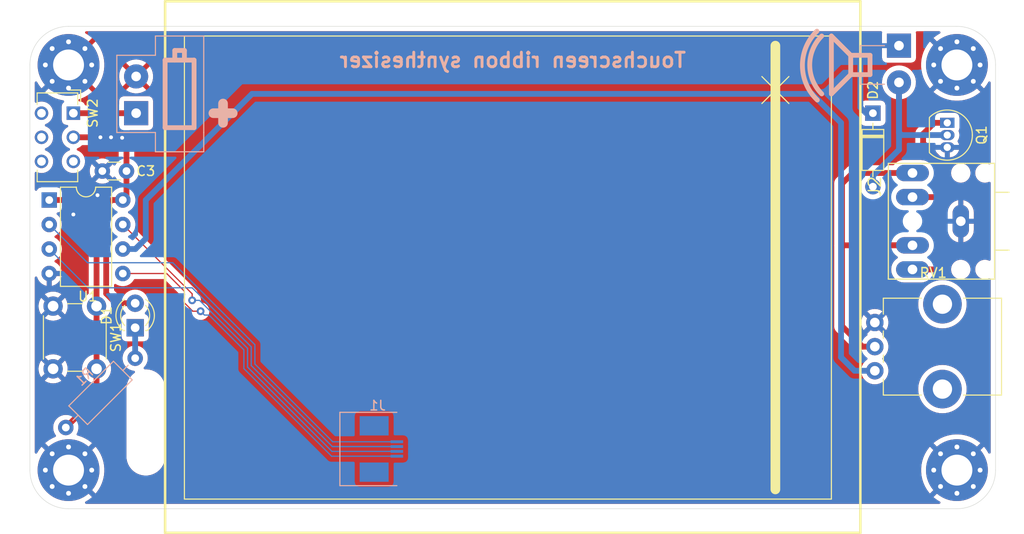
<source format=kicad_pcb>
(kicad_pcb (version 20190907) (host pcbnew "(5.99.0-371-g04edc6cef)")

  (general
    (thickness 1.6)
    (drawings 49)
    (tracks 103)
    (modules 17)
    (nets 15)
  )

  (page "A4")
  (layers
    (0 "F.Cu" signal)
    (31 "B.Cu" signal)
    (32 "B.Adhes" user)
    (33 "F.Adhes" user)
    (34 "B.Paste" user)
    (35 "F.Paste" user)
    (36 "B.SilkS" user)
    (37 "F.SilkS" user)
    (38 "B.Mask" user)
    (39 "F.Mask" user)
    (40 "Dwgs.User" user)
    (41 "Cmts.User" user)
    (42 "Eco1.User" user)
    (43 "Eco2.User" user)
    (44 "Edge.Cuts" user)
    (45 "Margin" user)
    (46 "B.CrtYd" user)
    (47 "F.CrtYd" user)
    (48 "B.Fab" user)
    (49 "F.Fab" user)
  )

  (setup
    (stackup
      (layer "F.SilkS" (type "Top Silk Screen"))
      (layer "F.Paste" (type "Top Solder Paste"))
      (layer "F.Mask" (type "Top Solder Mask") (color "Black") (thickness 0.01))
      (layer "F.Cu" (type "copper") (thickness 0.035))
      (layer "dielectric 1" (type "core") (thickness 1.51) (material "FR4") (epsilon_r 4.5) (loss_tangent 0.02))
      (layer "B.Cu" (type "copper") (thickness 0.035))
      (layer "B.Mask" (type "Bottom Solder Mask") (color "Black") (thickness 0.01))
      (layer "B.Paste" (type "Bottom Solder Paste"))
      (layer "B.SilkS" (type "Bottom Silk Screen"))
      (copper_finish "None")
      (dielectric_constraints no)
    )
    (last_trace_width 0.6)
    (user_trace_width 0.127)
    (user_trace_width 0.2)
    (user_trace_width 0.6)
    (trace_clearance 0.127)
    (zone_clearance 0.508)
    (zone_45_only no)
    (trace_min 0.127)
    (via_size 0.8)
    (via_drill 0.4)
    (via_min_size 0.6)
    (via_min_drill 0.3)
    (blind_buried_vias_allowed yes)
    (uvia_size 0.3)
    (uvia_drill 0.1)
    (uvias_allowed no)
    (uvia_min_size 0.2)
    (uvia_min_drill 0.1)
    (max_error 0.005)
    (defaults
      (edge_clearance 0.01)
      (edge_cuts_line_width 0.05)
      (courtyard_line_width 0.05)
      (copper_line_width 0.2)
      (copper_text_dims (size 1.5 1.5) (thickness 0.3))
      (silk_line_width 0.12)
      (silk_text_dims (size 1 1) (thickness 0.15))
      (other_layers_line_width 0.1)
      (other_layers_text_dims (size 1 1) (thickness 0.15))
    )
    (pad_size 1.524 1.524)
    (pad_drill 0.762)
    (pad_to_mask_clearance 0.051)
    (solder_mask_min_width 0.127)
    (aux_axis_origin 0 0)
    (grid_origin 100 50)
    (visible_elements 7FFFFFFF)
    (pcbplotparams
      (layerselection 0x010fc_ffffffff)
      (usegerberextensions false)
      (usegerberattributes false)
      (usegerberadvancedattributes false)
      (creategerberjobfile false)
      (excludeedgelayer true)
      (linewidth 0.100000)
      (plotframeref false)
      (viasonmask false)
      (mode 1)
      (useauxorigin false)
      (hpglpennumber 1)
      (hpglpenspeed 20)
      (hpglpendiameter 15.000000)
      (psnegative false)
      (psa4output false)
      (plotreference true)
      (plotvalue true)
      (plotinvisibletext false)
      (padsonsilk false)
      (subtractmaskfromsilk false)
      (outputformat 1)
      (mirror false)
      (drillshape 1)
      (scaleselection 1)
      (outputdirectory "")
    )
  )

  (net 0 "")
  (net 1 "GND")
  (net 2 "VDD")
  (net 3 "Net-(D1-Pad1)")
  (net 4 "AUDIO")
  (net 5 "CALIBRATE")
  (net 6 "Net-(BT1-Pad1)")
  (net 7 "Net-(J1-Pad4)")
  (net 8 "Net-(J1-Pad3)")
  (net 9 "Net-(J1-Pad2)")
  (net 10 "Net-(J1-Pad1)")
  (net 11 "Net-(SW2-Pad3)")
  (net 12 "Net-(D2-Pad2)")
  (net 13 "Net-(J2-PadS)")
  (net 14 "Net-(J2-PadSN)")

  (net_class "Default" "Dies ist die voreingestellte Netzklasse."
    (clearance 0.127)
    (trace_width 0.6)
    (via_dia 0.8)
    (via_drill 0.4)
    (uvia_dia 0.3)
    (uvia_drill 0.1)
    (add_net "Net-(BT1-Pad1)")
    (add_net "Net-(D2-Pad2)")
    (add_net "Net-(J1-Pad1)")
    (add_net "Net-(J1-Pad2)")
    (add_net "Net-(J1-Pad3)")
    (add_net "Net-(J1-Pad4)")
    (add_net "Net-(J2-PadS)")
    (add_net "Net-(J2-PadSN)")
    (add_net "Net-(SW2-Pad3)")
  )

  (net_class "touch" ""
    (clearance 0.127)
    (trace_width 0.127)
    (via_dia 0.6)
    (via_drill 0.3)
    (uvia_dia 0.3)
    (uvia_drill 0.1)
    (add_net "AUDIO")
    (add_net "CALIBRATE")
    (add_net "GND")
    (add_net "Net-(D1-Pad1)")
    (add_net "VDD")
  )

  (module "Potentiometer_THT:Potentiometer_Alps_RK09K_Single_Vertical" (layer "F.Cu") (tedit 5A3D4993) (tstamp 5DF86BD1)
    (at 187.5 85.7)
    (descr "Potentiometer, vertical, Alps RK09K Single, http://www.alps.com/prod/info/E/HTML/Potentiometer/RotaryPotentiometers/RK09K/RK09K_list.html")
    (tags "Potentiometer vertical Alps RK09K Single")
    (path "/5DF81D57")
    (fp_text reference "RV1" (at 6.05 -10.15) (layer "F.SilkS")
      (effects (font (size 1 1) (thickness 0.15)))
    )
    (fp_text value "R_POT" (at 6.05 5.15) (layer "F.Fab")
      (effects (font (size 1 1) (thickness 0.15)))
    )
    (fp_circle (center 7.5 -2.5) (end 10.5 -2.5) (layer "F.Fab") (width 0.1))
    (fp_line (start 1 -7.4) (end 1 2.4) (layer "F.Fab") (width 0.1))
    (fp_line (start 1 2.4) (end 13 2.4) (layer "F.Fab") (width 0.1))
    (fp_line (start 13 2.4) (end 13 -7.4) (layer "F.Fab") (width 0.1))
    (fp_line (start 13 -7.4) (end 1 -7.4) (layer "F.Fab") (width 0.1))
    (fp_line (start 0.88 -7.521) (end 4.817 -7.521) (layer "F.SilkS") (width 0.12))
    (fp_line (start 9.184 -7.521) (end 13.12 -7.521) (layer "F.SilkS") (width 0.12))
    (fp_line (start 0.88 2.52) (end 4.817 2.52) (layer "F.SilkS") (width 0.12))
    (fp_line (start 9.184 2.52) (end 13.12 2.52) (layer "F.SilkS") (width 0.12))
    (fp_line (start 0.88 -7.521) (end 0.88 -5.871) (layer "F.SilkS") (width 0.12))
    (fp_line (start 0.88 -4.129) (end 0.88 -3.37) (layer "F.SilkS") (width 0.12))
    (fp_line (start 0.88 -1.629) (end 0.88 -0.87) (layer "F.SilkS") (width 0.12))
    (fp_line (start 0.88 0.87) (end 0.88 2.52) (layer "F.SilkS") (width 0.12))
    (fp_line (start 13.12 -7.521) (end 13.12 2.52) (layer "F.SilkS") (width 0.12))
    (fp_line (start -1.15 -9.15) (end -1.15 4.15) (layer "F.CrtYd") (width 0.05))
    (fp_line (start -1.15 4.15) (end 13.25 4.15) (layer "F.CrtYd") (width 0.05))
    (fp_line (start 13.25 4.15) (end 13.25 -9.15) (layer "F.CrtYd") (width 0.05))
    (fp_line (start 13.25 -9.15) (end -1.15 -9.15) (layer "F.CrtYd") (width 0.05))
    (fp_text user "%R" (at 2 -2.5 90) (layer "F.Fab")
      (effects (font (size 1 1) (thickness 0.15)))
    )
    (pad "" np_thru_hole circle (at 7 1.9) (size 4 4) (drill 2) (layers *.Cu *.Mask))
    (pad "" np_thru_hole circle (at 7 -6.9) (size 4 4) (drill 2) (layers *.Cu *.Mask))
    (pad "1" thru_hole circle (at 0 0) (size 1.8 1.8) (drill 1) (layers *.Cu *.Mask)
      (net 4 "AUDIO"))
    (pad "2" thru_hole circle (at 0 -2.5) (size 1.8 1.8) (drill 1) (layers *.Cu *.Mask)
      (net 14 "Net-(J2-PadSN)"))
    (pad "3" thru_hole circle (at 0 -5) (size 1.8 1.8) (drill 1) (layers *.Cu *.Mask)
      (net 1 "GND"))
    (model "${KISYS3DMOD}/Potentiometer_THT.3dshapes/Potentiometer_Alps_RK09K_Single_Vertical.wrl"
      (at (xyz 0 0 0))
      (scale (xyz 1 1 1))
      (rotate (xyz 0 0 0))
    )
  )

  (module "Resistor_THT:R_Axial_DIN0207_L6.3mm_D2.5mm_P10.16mm_Horizontal" (layer "B.Cu") (tedit 5AE5139B) (tstamp 5DF81223)
    (at 110.9 84.4 -135)
    (descr "Resistor, Axial_DIN0207 series, Axial, Horizontal, pin pitch=10.16mm, 0.25W = 1/4W, length*diameter=6.3*2.5mm^2, http://cdn-reichelt.de/documents/datenblatt/B400/1_4W%23YAG.pdf")
    (tags "Resistor Axial_DIN0207 series Axial Horizontal pin pitch 10.16mm 0.25W = 1/4W length 6.3mm diameter 2.5mm")
    (path "/5DF6A5BB")
    (fp_text reference "R1" (at 5.08 2.370001 45) (layer "B.SilkS")
      (effects (font (size 1 1) (thickness 0.15)) (justify mirror))
    )
    (fp_text value "150" (at 5.08 -2.370001 45) (layer "B.Fab")
      (effects (font (size 1 1) (thickness 0.15)) (justify mirror))
    )
    (fp_text user "%R" (at 5.079999 0 45) (layer "B.Fab")
      (effects (font (size 1 1) (thickness 0.15)) (justify mirror))
    )
    (fp_line (start 11.21 1.5) (end -1.05 1.5) (layer "B.CrtYd") (width 0.05))
    (fp_line (start 11.21 -1.5) (end 11.21 1.5) (layer "B.CrtYd") (width 0.05))
    (fp_line (start -1.05 -1.5) (end 11.21 -1.5) (layer "B.CrtYd") (width 0.05))
    (fp_line (start -1.05 1.5) (end -1.05 -1.5) (layer "B.CrtYd") (width 0.05))
    (fp_line (start 9.12 0) (end 8.35 0) (layer "B.SilkS") (width 0.12))
    (fp_line (start 1.04 0) (end 1.81 0) (layer "B.SilkS") (width 0.12))
    (fp_line (start 8.35 1.37) (end 1.81 1.37) (layer "B.SilkS") (width 0.12))
    (fp_line (start 8.35 -1.37) (end 8.35 1.37) (layer "B.SilkS") (width 0.12))
    (fp_line (start 1.81 -1.37) (end 8.35 -1.37) (layer "B.SilkS") (width 0.12))
    (fp_line (start 1.81 1.37) (end 1.81 -1.37) (layer "B.SilkS") (width 0.12))
    (fp_line (start 10.16 0) (end 8.23 0) (layer "B.Fab") (width 0.1))
    (fp_line (start 0 0) (end 1.93 0) (layer "B.Fab") (width 0.1))
    (fp_line (start 8.23 1.25) (end 1.93 1.25) (layer "B.Fab") (width 0.1))
    (fp_line (start 8.23 -1.25) (end 8.23 1.25) (layer "B.Fab") (width 0.1))
    (fp_line (start 1.93 -1.25) (end 8.23 -1.25) (layer "B.Fab") (width 0.1))
    (fp_line (start 1.93 1.25) (end 1.93 -1.25) (layer "B.Fab") (width 0.1))
    (pad "2" thru_hole oval (at 10.16 0 225) (size 1.6 1.6) (drill 0.8) (layers *.Cu *.Mask)
      (net 5 "CALIBRATE"))
    (pad "1" thru_hole circle (at 0 0 225) (size 1.6 1.6) (drill 0.8) (layers *.Cu *.Mask)
      (net 3 "Net-(D1-Pad1)"))
    (model "${KISYS3DMOD}/Resistor_THT.3dshapes/R_Axial_DIN0207_L6.3mm_D2.5mm_P10.16mm_Horizontal.wrl"
      (at (xyz 0 0 0))
      (scale (xyz 1 1 1))
      (rotate (xyz 0 0 0))
    )
  )

  (module "Package_TO_SOT_THT:TO-92_Inline" (layer "F.Cu") (tedit 5A1DD157) (tstamp 5DF82C14)
    (at 195 60 -90)
    (descr "TO-92 leads in-line, narrow, oval pads, drill 0.75mm (see NXP sot054_po.pdf)")
    (tags "to-92 sc-43 sc-43a sot54 PA33 transistor")
    (path "/5DFC5F89")
    (fp_text reference "Q1" (at 1.27 -3.56 90) (layer "F.SilkS")
      (effects (font (size 1 1) (thickness 0.15)))
    )
    (fp_text value "Q_NMOS_GDS" (at 1.27 2.79 90) (layer "F.Fab")
      (effects (font (size 1 1) (thickness 0.15)))
    )
    (fp_arc (start 1.27 0) (end 1.27 -2.6) (angle 135) (layer "F.SilkS") (width 0.12))
    (fp_arc (start 1.27 0) (end 1.27 -2.48) (angle -135) (layer "F.Fab") (width 0.1))
    (fp_arc (start 1.27 0) (end 1.27 -2.6) (angle -135) (layer "F.SilkS") (width 0.12))
    (fp_arc (start 1.27 0) (end 1.27 -2.48) (angle 135) (layer "F.Fab") (width 0.1))
    (fp_line (start 4 2.01) (end -1.46 2.01) (layer "F.CrtYd") (width 0.05))
    (fp_line (start 4 2.01) (end 4 -2.73) (layer "F.CrtYd") (width 0.05))
    (fp_line (start -1.46 -2.73) (end -1.46 2.01) (layer "F.CrtYd") (width 0.05))
    (fp_line (start -1.46 -2.73) (end 4 -2.73) (layer "F.CrtYd") (width 0.05))
    (fp_line (start -0.5 1.75) (end 3 1.75) (layer "F.Fab") (width 0.1))
    (fp_line (start -0.53 1.85) (end 3.07 1.85) (layer "F.SilkS") (width 0.12))
    (fp_text user "%R" (at 1.27 -3.56 90) (layer "F.Fab")
      (effects (font (size 1 1) (thickness 0.15)))
    )
    (pad "1" thru_hole rect (at 0 0 270) (size 1.05 1.5) (drill 0.75) (layers *.Cu *.Mask)
      (net 13 "Net-(J2-PadS)"))
    (pad "3" thru_hole oval (at 2.54 0 270) (size 1.05 1.5) (drill 0.75) (layers *.Cu *.Mask)
      (net 1 "GND"))
    (pad "2" thru_hole oval (at 1.27 0 270) (size 1.05 1.5) (drill 0.75) (layers *.Cu *.Mask)
      (net 12 "Net-(D2-Pad2)"))
    (model "${KISYS3DMOD}/Package_TO_SOT_THT.3dshapes/TO-92_Inline.wrl"
      (at (xyz 0 0 0))
      (scale (xyz 1 1 1))
      (rotate (xyz 0 0 0))
    )
  )

  (module "synth_plate:TOUCHSCREEN" (layer "F.Cu") (tedit 5DF7E03F) (tstamp 5DF80C30)
    (at 150 75)
    (descr "nds touchscreen")
    (path "/5DF847F5")
    (fp_text reference "J1" (at -14 14.308163 unlocked) (layer "B.SilkS")
      (effects (font (size 1 1) (thickness 0.15)) (justify mirror))
    )
    (fp_text value "TOUCHSCREEN" (at -10.4 18.808163 90 unlocked) (layer "F.Fab")
      (effects (font (size 1 1) (thickness 0.15)))
    )
    (fp_line (start -12.061767 20.216663) (end -40 20.216663) (layer "Dwgs.User") (width 0.264583))
    (fp_line (start -36 20.216663) (end -36 20.216663) (layer "Dwgs.User") (width 0.264583))
    (fp_line (start -36 17.399997) (end -36 20.216663) (layer "Dwgs.User") (width 0.264583))
    (fp_line (start -36 17.399997) (end -36 17.399997) (layer "Dwgs.User") (width 0.264583))
    (fp_line (start -40 17.399997) (end -12.061767 17.399997) (layer "Dwgs.User") (width 0.264583))
    (fp_line (start -40 17.399997) (end -40 17.399997) (layer "Dwgs.User") (width 0.264583))
    (fp_line (start -40 20.216663) (end -40 17.399997) (layer "Dwgs.User") (width 0.264583))
    (fp_line (start -36 11.896465) (end -36 20.216663) (layer "Dwgs.User") (width 0.264583))
    (fp_line (start -36 11.896465) (end -36 11.896465) (layer "Dwgs.User") (width 0.264583))
    (fp_line (start -41.300003 11.896465) (end -36 11.896465) (layer "Dwgs.User") (width 0.264583))
    (fp_line (start -41.300003 11.896465) (end -41.300003 11.896465) (layer "Dwgs.User") (width 0.264583))
    (fp_line (start -41.300003 20.216663) (end -41.300003 11.896465) (layer "Dwgs.User") (width 0.264583))
    (fp_line (start -41.300003 20.216663) (end -41.300003 20.216663) (layer "Dwgs.User") (width 0.264583))
    (fp_line (start -36 20.216663) (end -41.300003 20.216663) (layer "Dwgs.User") (width 0.264583))
    (fp_line (start -36 27.499996) (end 36 27.5) (layer "F.SilkS") (width 0.264583))
    (fp_line (start -36 -27.600003) (end -36 27.499996) (layer "F.SilkS") (width 0.264583))
    (fp_line (start 36 -27.600003) (end -36 -27.600003) (layer "F.SilkS") (width 0.264583))
    (fp_line (start 36 27.5) (end 36 -27.600003) (layer "F.SilkS") (width 0.264583))
    (fp_line (start -17.9 22.608163) (end -17.9 15.008163) (layer "B.SilkS") (width 0.12))
    (fp_line (start -17.9 15.008163) (end -12 15.008163) (layer "B.SilkS") (width 0.12))
    (fp_line (start -12 22.608163) (end -17.9 22.608163) (layer "B.SilkS") (width 0.12))
    (fp_text user "TOUCHSCREEN" (at 0 25.75 unlocked) (layer "Dwgs.User")
      (effects (font (size 1 1) (thickness 0.15)))
    )
    (fp_line (start -33.899994 24.299999) (end -33.899994 -24.700005) (layer "Dwgs.User") (width 0.264999))
    (fp_line (start -33.899994 -24.700005) (end -33.899994 -24.700005) (layer "Dwgs.User") (width 0.264999))
    (fp_line (start -33.899994 -24.700005) (end 32.5 -24.700005) (layer "Dwgs.User") (width 0.264999))
    (fp_line (start 32.5 -24.700005) (end 32.5 -24.700005) (layer "Dwgs.User") (width 0.264999))
    (fp_line (start 32.5 -24.700005) (end 32.5 24.299999) (layer "Dwgs.User") (width 0.264999))
    (fp_line (start 32.5 24.299999) (end 32.5 24.299999) (layer "Dwgs.User") (width 0.264999))
    (fp_line (start 32.5 24.299999) (end -33.899994 24.299999) (layer "Dwgs.User") (width 0.264999))
    (pad "MNT" smd rect (at -14.35 21.208163 90) (size 2 3) (layers "B.Cu" "B.Paste" "B.Mask"))
    (pad "MNT" smd rect (at -14.35 16.408163 90) (size 2 3) (layers "B.Cu" "B.Paste" "B.Mask"))
    (pad "1" smd rect (at -12 19.558163 90) (size 0.3 1.3) (layers "B.Cu" "B.Paste" "B.Mask")
      (net 10 "Net-(J1-Pad1)"))
    (pad "2" smd rect (at -12 19.058163 90) (size 0.3 1.3) (layers "B.Cu" "B.Paste" "B.Mask")
      (net 9 "Net-(J1-Pad2)"))
    (pad "3" smd rect (at -12 18.558163 90) (size 0.3 1.3) (layers "B.Cu" "B.Paste" "B.Mask")
      (net 8 "Net-(J1-Pad3)"))
    (pad "4" smd rect (at -12 18.058163 90) (size 0.3 1.3) (layers "B.Cu" "B.Paste" "B.Mask")
      (net 7 "Net-(J1-Pad4)"))
    (pad "" np_thru_hole oval (at -38 16.056663 270) (size 10 3) (drill oval 10 3) (layers *.Cu *.Mask))
    (model "${KIPRJMOD}/TOUCHSCREEN.step"
      (offset (xyz -64.3 -27.7 1.7))
      (scale (xyz 1 1 1))
      (rotate (xyz 0 180 90))
    )
  )

  (module "Button_Switch_THT:SW_CuK_JS202011AQN_DPDT_Angled" (layer "F.Cu") (tedit 5A02FE31) (tstamp 5DF6616E)
    (at 104.5 59 -90)
    (descr "CuK sub miniature slide switch, JS series, DPDT, right angle, http://www.ckswitches.com/media/1422/js.pdf")
    (tags "switch DPDT")
    (path "/5DF65D1E")
    (fp_text reference "SW2" (at 0 -2 90) (layer "F.SilkS")
      (effects (font (size 1 1) (thickness 0.15)))
    )
    (fp_text value "SW_DPDT_x2" (at 2.25 6.75 90) (layer "F.Fab")
      (effects (font (size 1 1) (thickness 0.15)))
    )
    (fp_line (start 0.5 4.25) (end 0.5 6) (layer "F.CrtYd") (width 0.05))
    (fp_line (start -1 -0.35) (end 7 -0.35) (layer "F.Fab") (width 0.1))
    (fp_line (start 7 -0.35) (end 7 3.65) (layer "F.Fab") (width 0.1))
    (fp_line (start 7 3.65) (end -2 3.65) (layer "F.Fab") (width 0.1))
    (fp_line (start -2 3.65) (end -2 0.65) (layer "F.Fab") (width 0.1))
    (fp_text user "%R" (at 2.5 1.75 90) (layer "F.Fab")
      (effects (font (size 1 1) (thickness 0.15)))
    )
    (fp_line (start -0.9 -0.45) (end -2.1 -0.45) (layer "F.SilkS") (width 0.12))
    (fp_line (start -2.1 -0.45) (end -2.1 3.75) (layer "F.SilkS") (width 0.12))
    (fp_line (start -2.1 3.75) (end -0.9 3.75) (layer "F.SilkS") (width 0.12))
    (fp_line (start 5.9 -0.45) (end 7.1 -0.45) (layer "F.SilkS") (width 0.12))
    (fp_line (start 7.1 -0.45) (end 7.1 3.75) (layer "F.SilkS") (width 0.12))
    (fp_line (start 7.1 3.75) (end 5.9 3.75) (layer "F.SilkS") (width 0.12))
    (fp_line (start -1.2 -0.75) (end -2.4 -0.75) (layer "F.SilkS") (width 0.12))
    (fp_line (start -2.4 -0.75) (end -2.4 0.45) (layer "F.SilkS") (width 0.12))
    (fp_line (start 0.75 3.65) (end 0.75 5.65) (layer "F.Fab") (width 0.1))
    (fp_line (start 0.75 5.65) (end 2.25 5.65) (layer "F.Fab") (width 0.1))
    (fp_line (start 2.25 5.65) (end 2.25 3.65) (layer "F.Fab") (width 0.1))
    (fp_line (start 4.5 6) (end 4.5 4.25) (layer "F.CrtYd") (width 0.05))
    (fp_line (start 4.5 6) (end 0.5 6) (layer "F.CrtYd") (width 0.05))
    (fp_line (start 0.5 4.25) (end -2.25 4.25) (layer "F.CrtYd") (width 0.05))
    (fp_line (start -2.25 4.25) (end -2.25 -0.95) (layer "F.CrtYd") (width 0.05))
    (fp_line (start -2.25 -0.95) (end 7.25 -0.95) (layer "F.CrtYd") (width 0.05))
    (fp_line (start 7.25 -0.95) (end 7.25 4.25) (layer "F.CrtYd") (width 0.05))
    (fp_line (start 7.25 4.25) (end 4.5 4.25) (layer "F.CrtYd") (width 0.05))
    (fp_line (start -1 -0.35) (end -2 0.65) (layer "F.Fab") (width 0.1))
    (pad "6" thru_hole circle (at 5 3.3 270) (size 1.4 1.4) (drill 0.9) (layers *.Cu *.Mask))
    (pad "5" thru_hole circle (at 2.5 3.3 270) (size 1.4 1.4) (drill 0.9) (layers *.Cu *.Mask))
    (pad "4" thru_hole circle (at 0 3.3 270) (size 1.4 1.4) (drill 0.9) (layers *.Cu *.Mask))
    (pad "3" thru_hole circle (at 5 0 270) (size 1.4 1.4) (drill 0.9) (layers *.Cu *.Mask)
      (net 11 "Net-(SW2-Pad3)"))
    (pad "2" thru_hole circle (at 2.5 0 270) (size 1.4 1.4) (drill 0.9) (layers *.Cu *.Mask)
      (net 2 "VDD"))
    (pad "1" thru_hole rect (at 0 0 270) (size 1.4 1.4) (drill 0.9) (layers *.Cu *.Mask)
      (net 6 "Net-(BT1-Pad1)"))
    (model "${KISYS3DMOD}/Button_Switch_THT.3dshapes/SW_CuK_JS202011AQN_DPDT_Angled.wrl"
      (at (xyz 0 0 0))
      (scale (xyz 1 1 1))
      (rotate (xyz 0 0 0))
    )
  )

  (module "synth_plate:Klinke-JC128" (layer "F.Cu") (tedit 5DF587AC) (tstamp 5DF60D3D)
    (at 199.89758 70.2 180)
    (path "/5DFB6219")
    (attr virtual)
    (fp_text reference "J2" (at 12.4 3.6 90) (layer "F.SilkS")
      (effects (font (size 1.27 1.27) (thickness 0.15)))
    )
    (fp_text value "AudioJack2_Ground_Switch" (at 2 7.2) (layer "F.SilkS") hide
      (effects (font (size 1.27 1.27) (thickness 0.15)))
    )
    (fp_line (start 0 5.99948) (end 0 -5.99948) (layer "Dwgs.User") (width 0.127))
    (fp_line (start 0 -5.99948) (end 10.9982 -5.99948) (layer "Dwgs.User") (width 0.127))
    (fp_line (start 10.9982 -5.99948) (end 10.9982 5.99948) (layer "Dwgs.User") (width 0.127))
    (fp_line (start 10.9982 5.99948) (end 0 5.99948) (layer "Dwgs.User") (width 0.127))
    (fp_line (start 0 2.99974) (end -2.99974 2.99974) (layer "Dwgs.User") (width 0.127))
    (fp_line (start -2.99974 2.99974) (end -2.99974 -2.99974) (layer "Dwgs.User") (width 0.127))
    (fp_line (start -2.99974 -2.99974) (end 0 -2.99974) (layer "Dwgs.User") (width 0.127))
    (fp_line (start -2.99974 1.79832) (end -1.79832 1.79832) (layer "Dwgs.User") (width 0.127))
    (fp_line (start -1.79832 1.79832) (end -1.79832 -1.79832) (layer "Dwgs.User") (width 0.127))
    (fp_line (start -1.79832 -1.79832) (end -2.99974 -1.79832) (layer "Dwgs.User") (width 0.127))
    (fp_circle (center 3.49758 -4.99872) (end 3.49758 -5.49656) (layer "Dwgs.User") (width 0.127))
    (fp_circle (center 3.49758 4.99872) (end 3.49758 4.50088) (layer "Dwgs.User") (width 0.127))
    (fp_circle (center 0.99822 4.99872) (end 0.99822 4.50088) (layer "Dwgs.User") (width 0.127))
    (fp_circle (center 0.99822 -4.99872) (end 0.99822 -5.49656) (layer "Dwgs.User") (width 0.127))
    (fp_circle (center 8.49884 0) (end 8.49884 -0.49784) (layer "Dwgs.User") (width 0.127))
    (fp_line (start 10.9982 5.99948) (end 0 5.99948) (layer "F.SilkS") (width 0.127))
    (fp_line (start 10.9982 -5.99948) (end 10.9982 5.99948) (layer "F.SilkS") (width 0.127))
    (fp_line (start 0 5.99948) (end 0 -5.99948) (layer "F.SilkS") (width 0.127))
    (fp_line (start -1.5 -3) (end 0 -2.99974) (layer "F.SilkS") (width 0.127))
    (fp_line (start 0 -5.99948) (end 10.9982 -5.99948) (layer "F.SilkS") (width 0.127))
    (fp_line (start 0 2.99974) (end -1.5 2.99974) (layer "F.SilkS") (width 0.127))
    (pad "" np_thru_hole circle (at 8.49884 0 180) (size 1 1) (drill 1) (layers *.Cu *.Mask))
    (pad "" np_thru_hole circle (at 0.99822 4.99872 180) (size 1 1) (drill 1) (layers *.Cu *.Mask))
    (pad "" np_thru_hole circle (at 3.49758 4.99872 180) (size 1 1) (drill 1) (layers *.Cu *.Mask))
    (pad "" np_thru_hole circle (at 3.49758 -4.99872 180) (size 1 1) (drill 1) (layers *.Cu *.Mask))
    (pad "" np_thru_hole circle (at 0.99822 -4.99872 180) (size 1 1) (drill 1) (layers *.Cu *.Mask))
    (pad "S" thru_hole oval (at 8.49884 -4.99872 270) (size 1.69926 3.39852) (drill 0.99822) (layers *.Cu *.Paste *.Mask)
      (net 13 "Net-(J2-PadS)"))
    (pad "SN" thru_hole oval (at 8.49884 -2.49936 270) (size 1.69926 3.39852) (drill 0.99822) (layers *.Cu *.Paste *.Mask)
      (net 14 "Net-(J2-PadSN)"))
    (pad "TN" thru_hole oval (at 8.49884 2.49936 270) (size 1.69926 3.39852) (drill 0.99822) (layers *.Cu *.Paste *.Mask)
      (net 13 "Net-(J2-PadS)"))
    (pad "T" thru_hole oval (at 8.49884 4.99872 270) (size 1.69926 3.39852) (drill 0.99822) (layers *.Cu *.Paste *.Mask)
      (net 14 "Net-(J2-PadSN)"))
    (pad "G" thru_hole oval (at 3.49758 0) (size 1.69926 3.39852) (drill 0.99822) (layers *.Cu *.Paste *.Mask)
      (net 1 "GND"))
    (model "${KIPRJMOD}/synth_plate.pretty/JC-128.step"
      (offset (xyz 11 0 0))
      (scale (xyz 1 1 1))
      (rotate (xyz -90 0 180))
    )
  )

  (module "Diode_THT:D_DO-35_SOD27_P7.62mm_Horizontal" (layer "F.Cu") (tedit 5AE50CD5) (tstamp 5DF633EE)
    (at 187.3 59 -90)
    (descr "Diode, DO-35_SOD27 series, Axial, Horizontal, pin pitch=7.62mm, , length*diameter=4*2mm^2, , http://www.diodes.com/_files/packages/DO-35.pdf")
    (tags "Diode DO-35_SOD27 series Axial Horizontal pin pitch 7.62mm  length 4mm diameter 2mm")
    (path "/5DF7A920")
    (fp_text reference "D2" (at -2.38 0 90) (layer "F.SilkS")
      (effects (font (size 1 1) (thickness 0.15)))
    )
    (fp_text value "D" (at 3.81 2.12 90) (layer "F.Fab")
      (effects (font (size 1 1) (thickness 0.15)))
    )
    (fp_text user "K" (at 0 -1.8 90) (layer "F.SilkS") hide
      (effects (font (size 1 1) (thickness 0.15)))
    )
    (fp_text user "K" (at 0 -1.8 90) (layer "F.Fab")
      (effects (font (size 1 1) (thickness 0.15)))
    )
    (fp_text user "%R" (at 4.11 0 90) (layer "F.Fab")
      (effects (font (size 0.8 0.8) (thickness 0.12)))
    )
    (fp_line (start 8.67 -1.25) (end -1.05 -1.25) (layer "F.CrtYd") (width 0.05))
    (fp_line (start 8.67 1.25) (end 8.67 -1.25) (layer "F.CrtYd") (width 0.05))
    (fp_line (start -1.05 1.25) (end 8.67 1.25) (layer "F.CrtYd") (width 0.05))
    (fp_line (start -1.05 -1.25) (end -1.05 1.25) (layer "F.CrtYd") (width 0.05))
    (fp_line (start 2.29 -1.12) (end 2.29 1.12) (layer "F.SilkS") (width 0.12))
    (fp_line (start 2.53 -1.12) (end 2.53 1.12) (layer "F.SilkS") (width 0.12))
    (fp_line (start 2.41 -1.12) (end 2.41 1.12) (layer "F.SilkS") (width 0.12))
    (fp_line (start 6.58 0) (end 5.93 0) (layer "F.SilkS") (width 0.12))
    (fp_line (start 1.04 0) (end 1.69 0) (layer "F.SilkS") (width 0.12))
    (fp_line (start 5.93 -1.12) (end 1.69 -1.12) (layer "F.SilkS") (width 0.12))
    (fp_line (start 5.93 1.12) (end 5.93 -1.12) (layer "F.SilkS") (width 0.12))
    (fp_line (start 1.69 1.12) (end 5.93 1.12) (layer "F.SilkS") (width 0.12))
    (fp_line (start 1.69 -1.12) (end 1.69 1.12) (layer "F.SilkS") (width 0.12))
    (fp_line (start 2.31 -1) (end 2.31 1) (layer "F.Fab") (width 0.1))
    (fp_line (start 2.51 -1) (end 2.51 1) (layer "F.Fab") (width 0.1))
    (fp_line (start 2.41 -1) (end 2.41 1) (layer "F.Fab") (width 0.1))
    (fp_line (start 7.62 0) (end 5.81 0) (layer "F.Fab") (width 0.1))
    (fp_line (start 0 0) (end 1.81 0) (layer "F.Fab") (width 0.1))
    (fp_line (start 5.81 -1) (end 1.81 -1) (layer "F.Fab") (width 0.1))
    (fp_line (start 5.81 1) (end 5.81 -1) (layer "F.Fab") (width 0.1))
    (fp_line (start 1.81 1) (end 5.81 1) (layer "F.Fab") (width 0.1))
    (fp_line (start 1.81 -1) (end 1.81 1) (layer "F.Fab") (width 0.1))
    (pad "2" thru_hole oval (at 7.62 0 270) (size 1.6 1.6) (drill 0.8) (layers *.Cu *.Mask)
      (net 12 "Net-(D2-Pad2)"))
    (pad "1" thru_hole rect (at 0 0 270) (size 1.6 1.6) (drill 0.8) (layers *.Cu *.Mask)
      (net 2 "VDD"))
    (model "${KISYS3DMOD}/Diode_THT.3dshapes/D_DO-35_SOD27_P7.62mm_Horizontal.wrl"
      (at (xyz 0 0 0))
      (scale (xyz 1 1 1))
      (rotate (xyz 0 0 0))
    )
  )

  (module "Capacitor_THT:C_Disc_D3.0mm_W1.6mm_P2.50mm" (layer "F.Cu") (tedit 5AE50EF0) (tstamp 5DF5F0B3)
    (at 110 65 180)
    (descr "C, Disc series, Radial, pin pitch=2.50mm, , diameter*width=3.0*1.6mm^2, Capacitor, http://www.vishay.com/docs/45233/krseries.pdf")
    (tags "C Disc series Radial pin pitch 2.50mm  diameter 3.0mm width 1.6mm Capacitor")
    (path "/5DFB1F1D")
    (fp_text reference "C3" (at -2 0) (layer "F.SilkS")
      (effects (font (size 1 1) (thickness 0.15)))
    )
    (fp_text value "100n" (at 1.25 2.05) (layer "F.Fab")
      (effects (font (size 1 1) (thickness 0.15)))
    )
    (fp_text user "%R" (at 1.25 0) (layer "F.Fab")
      (effects (font (size 0.6 0.6) (thickness 0.09)))
    )
    (fp_line (start 3.55 -1.05) (end -1.05 -1.05) (layer "F.CrtYd") (width 0.05))
    (fp_line (start 3.55 1.05) (end 3.55 -1.05) (layer "F.CrtYd") (width 0.05))
    (fp_line (start -1.05 1.05) (end 3.55 1.05) (layer "F.CrtYd") (width 0.05))
    (fp_line (start -1.05 -1.05) (end -1.05 1.05) (layer "F.CrtYd") (width 0.05))
    (fp_line (start 0.621 0.92) (end 1.879 0.92) (layer "F.SilkS") (width 0.12))
    (fp_line (start 0.621 -0.92) (end 1.879 -0.92) (layer "F.SilkS") (width 0.12))
    (fp_line (start 2.75 -0.8) (end -0.25 -0.8) (layer "F.Fab") (width 0.1))
    (fp_line (start 2.75 0.8) (end 2.75 -0.8) (layer "F.Fab") (width 0.1))
    (fp_line (start -0.25 0.8) (end 2.75 0.8) (layer "F.Fab") (width 0.1))
    (fp_line (start -0.25 -0.8) (end -0.25 0.8) (layer "F.Fab") (width 0.1))
    (pad "2" thru_hole circle (at 2.5 0 180) (size 1.6 1.6) (drill 0.8) (layers *.Cu *.Mask)
      (net 1 "GND"))
    (pad "1" thru_hole circle (at 0 0 180) (size 1.6 1.6) (drill 0.8) (layers *.Cu *.Mask)
      (net 2 "VDD"))
    (model "${KISYS3DMOD}/Capacitor_THT.3dshapes/C_Disc_D3.0mm_W1.6mm_P2.50mm.wrl"
      (at (xyz 0 0 0))
      (scale (xyz 1 1 1))
      (rotate (xyz 0 0 0))
    )
  )

  (module "Package_DIP:DIP-8_W7.62mm" (layer "F.Cu") (tedit 5A02E8C5) (tstamp 5DF5C71D)
    (at 102 68)
    (descr "8-lead though-hole mounted DIP package, row spacing 7.62 mm (300 mils)")
    (tags "THT DIP DIL PDIP 2.54mm 7.62mm 300mil")
    (path "/5DF5743E")
    (fp_text reference "U1" (at 4 10) (layer "F.SilkS")
      (effects (font (size 1 1) (thickness 0.15)))
    )
    (fp_text value "ATtiny13A-PU" (at 3.81 9.95) (layer "F.Fab")
      (effects (font (size 1 1) (thickness 0.15)))
    )
    (fp_text user "%R" (at 3.81 3.81) (layer "F.Fab")
      (effects (font (size 1 1) (thickness 0.15)))
    )
    (fp_line (start 8.7 -1.55) (end -1.1 -1.55) (layer "F.CrtYd") (width 0.05))
    (fp_line (start 8.7 9.15) (end 8.7 -1.55) (layer "F.CrtYd") (width 0.05))
    (fp_line (start -1.1 9.15) (end 8.7 9.15) (layer "F.CrtYd") (width 0.05))
    (fp_line (start -1.1 -1.55) (end -1.1 9.15) (layer "F.CrtYd") (width 0.05))
    (fp_line (start 6.46 -1.33) (end 4.81 -1.33) (layer "F.SilkS") (width 0.12))
    (fp_line (start 6.46 8.95) (end 6.46 -1.33) (layer "F.SilkS") (width 0.12))
    (fp_line (start 1.16 8.95) (end 6.46 8.95) (layer "F.SilkS") (width 0.12))
    (fp_line (start 1.16 -1.33) (end 1.16 8.95) (layer "F.SilkS") (width 0.12))
    (fp_line (start 2.81 -1.33) (end 1.16 -1.33) (layer "F.SilkS") (width 0.12))
    (fp_line (start 0.635 -0.27) (end 1.635 -1.27) (layer "F.Fab") (width 0.1))
    (fp_line (start 0.635 8.89) (end 0.635 -0.27) (layer "F.Fab") (width 0.1))
    (fp_line (start 6.985 8.89) (end 0.635 8.89) (layer "F.Fab") (width 0.1))
    (fp_line (start 6.985 -1.27) (end 6.985 8.89) (layer "F.Fab") (width 0.1))
    (fp_line (start 1.635 -1.27) (end 6.985 -1.27) (layer "F.Fab") (width 0.1))
    (fp_arc (start 3.81 -1.33) (end 2.81 -1.33) (angle -180) (layer "F.SilkS") (width 0.12))
    (pad "8" thru_hole oval (at 7.62 0) (size 1.6 1.6) (drill 0.8) (layers *.Cu *.Mask)
      (net 2 "VDD"))
    (pad "4" thru_hole oval (at 0 7.62) (size 1.6 1.6) (drill 0.8) (layers *.Cu *.Mask)
      (net 1 "GND"))
    (pad "7" thru_hole oval (at 7.62 2.54) (size 1.6 1.6) (drill 0.8) (layers *.Cu *.Mask)
      (net 9 "Net-(J1-Pad2)"))
    (pad "3" thru_hole oval (at 0 5.08) (size 1.6 1.6) (drill 0.8) (layers *.Cu *.Mask)
      (net 8 "Net-(J1-Pad3)"))
    (pad "6" thru_hole oval (at 7.62 5.08) (size 1.6 1.6) (drill 0.8) (layers *.Cu *.Mask)
      (net 4 "AUDIO"))
    (pad "2" thru_hole oval (at 0 2.54) (size 1.6 1.6) (drill 0.8) (layers *.Cu *.Mask)
      (net 7 "Net-(J1-Pad4)"))
    (pad "5" thru_hole oval (at 7.62 7.62) (size 1.6 1.6) (drill 0.8) (layers *.Cu *.Mask)
      (net 10 "Net-(J1-Pad1)"))
    (pad "1" thru_hole rect (at 0 0) (size 1.6 1.6) (drill 0.8) (layers *.Cu *.Mask)
      (net 5 "CALIBRATE"))
    (model "${KISYS3DMOD}/Package_DIP.3dshapes/DIP-8_W7.62mm.wrl"
      (at (xyz 0 0 0))
      (scale (xyz 1 1 1))
      (rotate (xyz 0 0 0))
    )
  )

  (module "Button_Switch_THT:SW_PUSH_6mm" (layer "F.Cu") (tedit 5A02FE31) (tstamp 5DF63B95)
    (at 106.9 79 -90)
    (descr "https://www.omron.com/ecb/products/pdf/en-b3f.pdf")
    (tags "tact sw push 6mm")
    (path "/5DF649D3")
    (fp_text reference "SW1" (at 3.25 -2 -270) (layer "F.SilkS")
      (effects (font (size 1 1) (thickness 0.15)))
    )
    (fp_text value "SW_Push" (at 3.75 6.7 -270) (layer "F.Fab")
      (effects (font (size 1 1) (thickness 0.15)))
    )
    (fp_circle (center 3.25 2.25) (end 1.25 2.5) (layer "F.Fab") (width 0.1))
    (fp_line (start 6.75 3) (end 6.75 1.5) (layer "F.SilkS") (width 0.12))
    (fp_line (start 5.5 -1) (end 1 -1) (layer "F.SilkS") (width 0.12))
    (fp_line (start -0.25 1.5) (end -0.25 3) (layer "F.SilkS") (width 0.12))
    (fp_line (start 1 5.5) (end 5.5 5.5) (layer "F.SilkS") (width 0.12))
    (fp_line (start 8 -1.25) (end 8 5.75) (layer "F.CrtYd") (width 0.05))
    (fp_line (start 7.75 6) (end -1.25 6) (layer "F.CrtYd") (width 0.05))
    (fp_line (start -1.5 5.75) (end -1.5 -1.25) (layer "F.CrtYd") (width 0.05))
    (fp_line (start -1.25 -1.5) (end 7.75 -1.5) (layer "F.CrtYd") (width 0.05))
    (fp_line (start -1.5 6) (end -1.25 6) (layer "F.CrtYd") (width 0.05))
    (fp_line (start -1.5 5.75) (end -1.5 6) (layer "F.CrtYd") (width 0.05))
    (fp_line (start -1.5 -1.5) (end -1.25 -1.5) (layer "F.CrtYd") (width 0.05))
    (fp_line (start -1.5 -1.25) (end -1.5 -1.5) (layer "F.CrtYd") (width 0.05))
    (fp_line (start 8 -1.5) (end 8 -1.25) (layer "F.CrtYd") (width 0.05))
    (fp_line (start 7.75 -1.5) (end 8 -1.5) (layer "F.CrtYd") (width 0.05))
    (fp_line (start 8 6) (end 8 5.75) (layer "F.CrtYd") (width 0.05))
    (fp_line (start 7.75 6) (end 8 6) (layer "F.CrtYd") (width 0.05))
    (fp_line (start 0.25 -0.75) (end 3.25 -0.75) (layer "F.Fab") (width 0.1))
    (fp_line (start 0.25 5.25) (end 0.25 -0.75) (layer "F.Fab") (width 0.1))
    (fp_line (start 6.25 5.25) (end 0.25 5.25) (layer "F.Fab") (width 0.1))
    (fp_line (start 6.25 -0.75) (end 6.25 5.25) (layer "F.Fab") (width 0.1))
    (fp_line (start 3.25 -0.75) (end 6.25 -0.75) (layer "F.Fab") (width 0.1))
    (fp_text user "%R" (at 3.25 2.25 -270) (layer "F.Fab")
      (effects (font (size 1 1) (thickness 0.15)))
    )
    (pad "1" thru_hole circle (at 6.5 0) (size 2 2) (drill 1.1) (layers *.Cu *.Mask)
      (net 5 "CALIBRATE"))
    (pad "2" thru_hole circle (at 6.5 4.5) (size 2 2) (drill 1.1) (layers *.Cu *.Mask)
      (net 1 "GND"))
    (pad "1" thru_hole circle (at 0 0) (size 2 2) (drill 1.1) (layers *.Cu *.Mask)
      (net 5 "CALIBRATE"))
    (pad "2" thru_hole circle (at 0 4.5) (size 2 2) (drill 1.1) (layers *.Cu *.Mask)
      (net 1 "GND"))
    (model "${KISYS3DMOD}/Button_Switch_THT.3dshapes/SW_PUSH_6mm.wrl"
      (at (xyz 0 0 0))
      (scale (xyz 1 1 1))
      (rotate (xyz 0 0 0))
    )
  )

  (module "Connector_Wire:SolderWirePad_1x02_P3.81mm_Drill1mm" (layer "F.Cu") (tedit 5AEE5F04) (tstamp 5DF5C680)
    (at 190 52 -90)
    (descr "Wire solder connection")
    (tags "connector")
    (path "/5DF7D3C5")
    (attr virtual)
    (fp_text reference "LS1" (at 1.905 -3.81 90) (layer "F.SilkS") hide
      (effects (font (size 1 1) (thickness 0.15)))
    )
    (fp_text value "Speaker" (at 1.905 3.81 90) (layer "F.Fab")
      (effects (font (size 1 1) (thickness 0.15)))
    )
    (fp_line (start 5.56 1.75) (end -1.74 1.75) (layer "F.CrtYd") (width 0.05))
    (fp_line (start 5.56 1.75) (end 5.56 -1.75) (layer "F.CrtYd") (width 0.05))
    (fp_line (start -1.74 -1.75) (end -1.74 1.75) (layer "F.CrtYd") (width 0.05))
    (fp_line (start -1.74 -1.75) (end 5.56 -1.75) (layer "F.CrtYd") (width 0.05))
    (fp_text user "%R" (at 1.905 0 90) (layer "F.Fab")
      (effects (font (size 1 1) (thickness 0.15)))
    )
    (pad "2" thru_hole circle (at 3.81 0 270) (size 2.49936 2.49936) (drill 1.00076) (layers *.Cu *.Mask)
      (net 12 "Net-(D2-Pad2)"))
    (pad "1" thru_hole rect (at 0 0 270) (size 2.49936 2.49936) (drill 1.00076) (layers *.Cu *.Mask)
      (net 2 "VDD"))
  )

  (module "MountingHole:MountingHole_3.2mm_M3_Pad_Via" (layer "F.Cu") (tedit 56DDBCCA) (tstamp 5DF5C675)
    (at 196 96)
    (descr "Mounting Hole 3.2mm, M3")
    (tags "mounting hole 3.2mm m3")
    (path "/5DF9BE04")
    (attr virtual)
    (fp_text reference "H4" (at 0 -4.2) (layer "F.SilkS") hide
      (effects (font (size 1 1) (thickness 0.15)))
    )
    (fp_text value "M3" (at 0 4.2) (layer "F.Fab")
      (effects (font (size 1 1) (thickness 0.15)))
    )
    (fp_circle (center 0 0) (end 3.45 0) (layer "F.CrtYd") (width 0.05))
    (fp_circle (center 0 0) (end 3.2 0) (layer "Cmts.User") (width 0.15))
    (fp_text user "%R" (at 0.3 0) (layer "F.Fab")
      (effects (font (size 1 1) (thickness 0.15)))
    )
    (pad "1" thru_hole circle (at 1.697056 -1.697056) (size 0.8 0.8) (drill 0.5) (layers *.Cu *.Mask)
      (net 1 "GND"))
    (pad "1" thru_hole circle (at 0 -2.4) (size 0.8 0.8) (drill 0.5) (layers *.Cu *.Mask)
      (net 1 "GND"))
    (pad "1" thru_hole circle (at -1.697056 -1.697056) (size 0.8 0.8) (drill 0.5) (layers *.Cu *.Mask)
      (net 1 "GND"))
    (pad "1" thru_hole circle (at -2.4 0) (size 0.8 0.8) (drill 0.5) (layers *.Cu *.Mask)
      (net 1 "GND"))
    (pad "1" thru_hole circle (at -1.697056 1.697056) (size 0.8 0.8) (drill 0.5) (layers *.Cu *.Mask)
      (net 1 "GND"))
    (pad "1" thru_hole circle (at 0 2.4) (size 0.8 0.8) (drill 0.5) (layers *.Cu *.Mask)
      (net 1 "GND"))
    (pad "1" thru_hole circle (at 1.697056 1.697056) (size 0.8 0.8) (drill 0.5) (layers *.Cu *.Mask)
      (net 1 "GND"))
    (pad "1" thru_hole circle (at 2.4 0) (size 0.8 0.8) (drill 0.5) (layers *.Cu *.Mask)
      (net 1 "GND"))
    (pad "1" thru_hole circle (at 0 0) (size 6.4 6.4) (drill 3.2) (layers *.Cu *.Mask)
      (net 1 "GND"))
  )

  (module "MountingHole:MountingHole_3.2mm_M3_Pad_Via" (layer "F.Cu") (tedit 56DDBCCA) (tstamp 5DF5C665)
    (at 104 96)
    (descr "Mounting Hole 3.2mm, M3")
    (tags "mounting hole 3.2mm m3")
    (path "/5DF9BB6B")
    (attr virtual)
    (fp_text reference "H3" (at 0 -4.2) (layer "F.SilkS") hide
      (effects (font (size 1 1) (thickness 0.15)))
    )
    (fp_text value "M3" (at 0 4.2) (layer "F.Fab")
      (effects (font (size 1 1) (thickness 0.15)))
    )
    (fp_circle (center 0 0) (end 3.45 0) (layer "F.CrtYd") (width 0.05))
    (fp_circle (center 0 0) (end 3.2 0) (layer "Cmts.User") (width 0.15))
    (fp_text user "%R" (at 0.3 0) (layer "F.Fab")
      (effects (font (size 1 1) (thickness 0.15)))
    )
    (pad "1" thru_hole circle (at 1.697056 -1.697056) (size 0.8 0.8) (drill 0.5) (layers *.Cu *.Mask)
      (net 1 "GND"))
    (pad "1" thru_hole circle (at 0 -2.4) (size 0.8 0.8) (drill 0.5) (layers *.Cu *.Mask)
      (net 1 "GND"))
    (pad "1" thru_hole circle (at -1.697056 -1.697056) (size 0.8 0.8) (drill 0.5) (layers *.Cu *.Mask)
      (net 1 "GND"))
    (pad "1" thru_hole circle (at -2.4 0) (size 0.8 0.8) (drill 0.5) (layers *.Cu *.Mask)
      (net 1 "GND"))
    (pad "1" thru_hole circle (at -1.697056 1.697056) (size 0.8 0.8) (drill 0.5) (layers *.Cu *.Mask)
      (net 1 "GND"))
    (pad "1" thru_hole circle (at 0 2.4) (size 0.8 0.8) (drill 0.5) (layers *.Cu *.Mask)
      (net 1 "GND"))
    (pad "1" thru_hole circle (at 1.697056 1.697056) (size 0.8 0.8) (drill 0.5) (layers *.Cu *.Mask)
      (net 1 "GND"))
    (pad "1" thru_hole circle (at 2.4 0) (size 0.8 0.8) (drill 0.5) (layers *.Cu *.Mask)
      (net 1 "GND"))
    (pad "1" thru_hole circle (at 0 0) (size 6.4 6.4) (drill 3.2) (layers *.Cu *.Mask)
      (net 1 "GND"))
  )

  (module "MountingHole:MountingHole_3.2mm_M3_Pad_Via" (layer "F.Cu") (tedit 56DDBCCA) (tstamp 5DF5C655)
    (at 196 54)
    (descr "Mounting Hole 3.2mm, M3")
    (tags "mounting hole 3.2mm m3")
    (path "/5DFA1189")
    (attr virtual)
    (fp_text reference "H2" (at 0 -4.2) (layer "F.SilkS") hide
      (effects (font (size 1 1) (thickness 0.15)))
    )
    (fp_text value "M3" (at 0 4.2) (layer "F.Fab")
      (effects (font (size 1 1) (thickness 0.15)))
    )
    (fp_circle (center 0 0) (end 3.45 0) (layer "F.CrtYd") (width 0.05))
    (fp_circle (center 0 0) (end 3.2 0) (layer "Cmts.User") (width 0.15))
    (fp_text user "%R" (at 0.3 0) (layer "F.Fab")
      (effects (font (size 1 1) (thickness 0.15)))
    )
    (pad "1" thru_hole circle (at 1.697056 -1.697056) (size 0.8 0.8) (drill 0.5) (layers *.Cu *.Mask)
      (net 1 "GND"))
    (pad "1" thru_hole circle (at 0 -2.4) (size 0.8 0.8) (drill 0.5) (layers *.Cu *.Mask)
      (net 1 "GND"))
    (pad "1" thru_hole circle (at -1.697056 -1.697056) (size 0.8 0.8) (drill 0.5) (layers *.Cu *.Mask)
      (net 1 "GND"))
    (pad "1" thru_hole circle (at -2.4 0) (size 0.8 0.8) (drill 0.5) (layers *.Cu *.Mask)
      (net 1 "GND"))
    (pad "1" thru_hole circle (at -1.697056 1.697056) (size 0.8 0.8) (drill 0.5) (layers *.Cu *.Mask)
      (net 1 "GND"))
    (pad "1" thru_hole circle (at 0 2.4) (size 0.8 0.8) (drill 0.5) (layers *.Cu *.Mask)
      (net 1 "GND"))
    (pad "1" thru_hole circle (at 1.697056 1.697056) (size 0.8 0.8) (drill 0.5) (layers *.Cu *.Mask)
      (net 1 "GND"))
    (pad "1" thru_hole circle (at 2.4 0) (size 0.8 0.8) (drill 0.5) (layers *.Cu *.Mask)
      (net 1 "GND"))
    (pad "1" thru_hole circle (at 0 0) (size 6.4 6.4) (drill 3.2) (layers *.Cu *.Mask)
      (net 1 "GND"))
  )

  (module "MountingHole:MountingHole_3.2mm_M3_Pad_Via" (layer "F.Cu") (tedit 56DDBCCA) (tstamp 5DF5C645)
    (at 104 54)
    (descr "Mounting Hole 3.2mm, M3")
    (tags "mounting hole 3.2mm m3")
    (path "/5DF9AC6D")
    (attr virtual)
    (fp_text reference "H1" (at 0 -4.2) (layer "F.SilkS") hide
      (effects (font (size 1 1) (thickness 0.15)))
    )
    (fp_text value "M3" (at 0 4.2) (layer "F.Fab")
      (effects (font (size 1 1) (thickness 0.15)))
    )
    (fp_circle (center 0 0) (end 3.45 0) (layer "F.CrtYd") (width 0.05))
    (fp_circle (center 0 0) (end 3.2 0) (layer "Cmts.User") (width 0.15))
    (fp_text user "%R" (at 0.3 0) (layer "F.Fab")
      (effects (font (size 1 1) (thickness 0.15)))
    )
    (pad "1" thru_hole circle (at 1.697056 -1.697056) (size 0.8 0.8) (drill 0.5) (layers *.Cu *.Mask)
      (net 1 "GND"))
    (pad "1" thru_hole circle (at 0 -2.4) (size 0.8 0.8) (drill 0.5) (layers *.Cu *.Mask)
      (net 1 "GND"))
    (pad "1" thru_hole circle (at -1.697056 -1.697056) (size 0.8 0.8) (drill 0.5) (layers *.Cu *.Mask)
      (net 1 "GND"))
    (pad "1" thru_hole circle (at -2.4 0) (size 0.8 0.8) (drill 0.5) (layers *.Cu *.Mask)
      (net 1 "GND"))
    (pad "1" thru_hole circle (at -1.697056 1.697056) (size 0.8 0.8) (drill 0.5) (layers *.Cu *.Mask)
      (net 1 "GND"))
    (pad "1" thru_hole circle (at 0 2.4) (size 0.8 0.8) (drill 0.5) (layers *.Cu *.Mask)
      (net 1 "GND"))
    (pad "1" thru_hole circle (at 1.697056 1.697056) (size 0.8 0.8) (drill 0.5) (layers *.Cu *.Mask)
      (net 1 "GND"))
    (pad "1" thru_hole circle (at 2.4 0) (size 0.8 0.8) (drill 0.5) (layers *.Cu *.Mask)
      (net 1 "GND"))
    (pad "1" thru_hole circle (at 0 0) (size 6.4 6.4) (drill 3.2) (layers *.Cu *.Mask)
      (net 1 "GND"))
  )

  (module "LED_THT:LED_D3.0mm" (layer "F.Cu") (tedit 587A3A7B) (tstamp 5DF5FA40)
    (at 110.9 81.24 90)
    (descr "LED, diameter 3.0mm, 2 pins")
    (tags "LED diameter 3.0mm 2 pins")
    (path "/5DF67AA5")
    (fp_text reference "D1" (at 1.27 -2.96 90) (layer "F.SilkS")
      (effects (font (size 1 1) (thickness 0.15)))
    )
    (fp_text value "LED" (at 1.27 2.96 90) (layer "F.Fab")
      (effects (font (size 1 1) (thickness 0.15)))
    )
    (fp_line (start 3.7 -2.25) (end -1.15 -2.25) (layer "F.CrtYd") (width 0.05))
    (fp_line (start 3.7 2.25) (end 3.7 -2.25) (layer "F.CrtYd") (width 0.05))
    (fp_line (start -1.15 2.25) (end 3.7 2.25) (layer "F.CrtYd") (width 0.05))
    (fp_line (start -1.15 -2.25) (end -1.15 2.25) (layer "F.CrtYd") (width 0.05))
    (fp_line (start -0.29 1.08) (end -0.29 1.236) (layer "F.SilkS") (width 0.12))
    (fp_line (start -0.29 -1.236) (end -0.29 -1.08) (layer "F.SilkS") (width 0.12))
    (fp_line (start -0.23 -1.16619) (end -0.23 1.16619) (layer "F.Fab") (width 0.1))
    (fp_circle (center 1.27 0) (end 2.77 0) (layer "F.Fab") (width 0.1))
    (fp_arc (start 1.27 0) (end 0.229039 1.08) (angle -87.9) (layer "F.SilkS") (width 0.12))
    (fp_arc (start 1.27 0) (end 0.229039 -1.08) (angle 87.9) (layer "F.SilkS") (width 0.12))
    (fp_arc (start 1.27 0) (end -0.29 1.235516) (angle -108.8) (layer "F.SilkS") (width 0.12))
    (fp_arc (start 1.27 0) (end -0.29 -1.235516) (angle 108.8) (layer "F.SilkS") (width 0.12))
    (fp_arc (start 1.27 0) (end -0.23 -1.16619) (angle 284.3) (layer "F.Fab") (width 0.1))
    (pad "2" thru_hole circle (at 2.54 0 90) (size 1.8 1.8) (drill 0.9) (layers *.Cu *.Mask)
      (net 2 "VDD"))
    (pad "1" thru_hole rect (at 0 0 90) (size 1.8 1.8) (drill 0.9) (layers *.Cu *.Mask)
      (net 3 "Net-(D1-Pad1)"))
    (model "${KISYS3DMOD}/LED_THT.3dshapes/LED_D3.0mm.wrl"
      (at (xyz 0 0 0))
      (scale (xyz 1 1 1))
      (rotate (xyz 0 0 0))
    )
  )

  (module "Connector_Wire:SolderWirePad_1x02_P3.81mm_Drill1mm" (layer "F.Cu") (tedit 5AEE5F04) (tstamp 5DF5EE48)
    (at 111 59 90)
    (descr "Wire solder connection")
    (tags "connector")
    (path "/5DF595DA")
    (attr virtual)
    (fp_text reference "BT1" (at 1.905 -3.81 90) (layer "F.SilkS") hide
      (effects (font (size 1 1) (thickness 0.15)))
    )
    (fp_text value "Battery" (at 1.905 3.81 90) (layer "F.Fab")
      (effects (font (size 1 1) (thickness 0.15)))
    )
    (fp_line (start 5.56 1.75) (end -1.74 1.75) (layer "F.CrtYd") (width 0.05))
    (fp_line (start 5.56 1.75) (end 5.56 -1.75) (layer "F.CrtYd") (width 0.05))
    (fp_line (start -1.74 -1.75) (end -1.74 1.75) (layer "F.CrtYd") (width 0.05))
    (fp_line (start -1.74 -1.75) (end 5.56 -1.75) (layer "F.CrtYd") (width 0.05))
    (fp_text user "%R" (at 1.905 0 90) (layer "F.Fab")
      (effects (font (size 1 1) (thickness 0.15)))
    )
    (pad "2" thru_hole circle (at 3.81 0 90) (size 2.49936 2.49936) (drill 1.00076) (layers *.Cu *.Mask)
      (net 1 "GND"))
    (pad "1" thru_hole rect (at 0 0 90) (size 2.49936 2.49936) (drill 1.00076) (layers *.Cu *.Mask)
      (net 6 "Net-(BT1-Pad1)"))
  )

  (gr_text "Touchscreen ribbon synthesizer" (at 150 53.5) (layer "B.SilkS")
    (effects (font (size 1.5 1.5) (thickness 0.3)) (justify mirror))
  )
  (gr_line (start 186 52) (end 188.5 52) (layer "B.SilkS") (width 0.12))
  (gr_line (start 186 53) (end 186 52) (layer "B.SilkS") (width 0.12))
  (gr_line (start 186 56) (end 186 55) (layer "B.SilkS") (width 0.12))
  (gr_line (start 188.5 56) (end 186 56) (layer "B.SilkS") (width 0.12))
  (gr_line (start 118 63) (end 118 61) (layer "B.SilkS") (width 0.12))
  (gr_line (start 113 63) (end 118 63) (layer "B.SilkS") (width 0.12))
  (gr_line (start 113 61) (end 113 63) (layer "B.SilkS") (width 0.12))
  (gr_line (start 109 61) (end 113 61) (layer "B.SilkS") (width 0.12))
  (gr_line (start 113 51) (end 113 53) (layer "B.SilkS") (width 0.12))
  (gr_line (start 118 51) (end 113 51) (layer "B.SilkS") (width 0.12))
  (gr_line (start 118 61) (end 118 51) (layer "B.SilkS") (width 0.12))
  (gr_line (start 109 53) (end 109 61) (layer "B.SilkS") (width 0.12))
  (gr_line (start 113 53) (end 109 53) (layer "B.SilkS") (width 0.12))
  (gr_arc (start 184.942534 54.0468) (end 181.5 50.5) (angle -92.42131198) (layer "B.SilkS") (width 0.5))
  (gr_arc (start 185 54) (end 182.000001 51.000001) (angle -90) (layer "B.SilkS") (width 0.5))
  (gr_line (start 183 57) (end 185 55) (layer "B.SilkS") (width 0.5))
  (gr_line (start 183 51) (end 183 57) (layer "B.SilkS") (width 0.5))
  (gr_line (start 185 53) (end 183 51) (layer "B.SilkS") (width 0.5))
  (gr_line (start 187 55) (end 187 53) (layer "B.SilkS") (width 0.5))
  (gr_line (start 185 55) (end 187 55) (layer "B.SilkS") (width 0.5))
  (gr_line (start 185 53) (end 185 55) (layer "B.SilkS") (width 0.5))
  (gr_line (start 187 53) (end 185 53) (layer "B.SilkS") (width 0.5))
  (gr_line (start 120 58) (end 120 60) (layer "B.SilkS") (width 1))
  (gr_line (start 119 59) (end 121 59) (layer "B.SilkS") (width 1))
  (gr_line (start 115 52.5) (end 116 52.5) (layer "B.SilkS") (width 0.5))
  (gr_line (start 115 53.5) (end 115 52.5) (layer "B.SilkS") (width 0.5))
  (gr_line (start 116 52.5) (end 116 53.5) (layer "B.SilkS") (width 0.5))
  (gr_line (start 114 60.5) (end 117 60.5) (layer "B.SilkS") (width 0.5))
  (gr_line (start 114 53.5) (end 114 60.5) (layer "B.SilkS") (width 0.5))
  (gr_line (start 117 53.5) (end 114 53.5) (layer "B.SilkS") (width 0.5))
  (gr_line (start 117 60.5) (end 117 53.5) (layer "B.SilkS") (width 0.5))
  (gr_line (start 116 99) (end 116 51) (layer "F.SilkS") (width 0.12))
  (gr_line (start 183 99) (end 116 99) (layer "F.SilkS") (width 0.12))
  (gr_line (start 183 51) (end 183 99) (layer "F.SilkS") (width 0.12))
  (gr_line (start 116 51) (end 183 51) (layer "F.SilkS") (width 0.12))
  (gr_arc (start 196 54) (end 200 54) (angle -90) (layer "Edge.Cuts") (width 0.05) (tstamp 5DF6643F))
  (gr_arc (start 196 96) (end 196 100) (angle -90) (layer "Edge.Cuts") (width 0.05) (tstamp 5DF6643F))
  (gr_arc (start 104 96) (end 100 96) (angle -90) (layer "Edge.Cuts") (width 0.05) (tstamp 5DF6643F))
  (gr_arc (start 104 54) (end 104 50) (angle -90) (layer "Edge.Cuts") (width 0.05))
  (gr_text "mill\nout" (at 112 91.7 90) (layer "Eco2.User") (tstamp 5DF640FA)
    (effects (font (size 1 1) (thickness 0.15)))
  )
  (gr_line (start 175.8 55.2) (end 178.6 58) (layer "F.SilkS") (width 0.12) (tstamp 5DF5F8D6))
  (gr_line (start 178.6 55.2) (end 175.8 58) (layer "F.SilkS") (width 0.12) (tstamp 5DF5F8D5))
  (gr_line (start 177.2 98) (end 177.2 52) (layer "F.SilkS") (width 1) (tstamp 5DF5F61E))
  (gr_text "TOUCHSCREEN		" (at 156 97) (layer "B.Fab")
    (effects (font (size 3 3) (thickness 0.15)))
  )
  (gr_line (start 100 54) (end 100 96) (layer "Edge.Cuts") (width 0.05))
  (gr_line (start 196 100) (end 104 100) (layer "Edge.Cuts") (width 0.05))
  (gr_line (start 200 54) (end 200 96) (layer "Edge.Cuts") (width 0.05))
  (gr_line (start 104 50) (end 196 50) (layer "Edge.Cuts") (width 0.05))

  (via (at 107 67.5) (size 0.8) (drill 0.4) (layers "F.Cu" "B.Cu") (net 1))
  (via (at 104.5 69.5) (size 0.8) (drill 0.4) (layers "F.Cu" "B.Cu") (net 1))
  (segment (start 105.511846 89.788154) (end 103.715795 91.584205) (width 0.6) (layer "F.Cu") (net 5))
  (via (at 107.3 61.5) (size 0.8) (drill 0.4) (layers "F.Cu" "B.Cu") (net 2))
  (segment (start 107.3 61.5) (end 104.5 61.5) (width 0.6) (layer "F.Cu") (net 2) (tstamp 5DF87E05))
  (via (at 108.4 61.5) (size 0.8) (drill 0.4) (layers "F.Cu" "B.Cu") (net 2))
  (segment (start 108.4 61.5) (end 107.3 61.5) (width 0.6) (layer "F.Cu") (net 2) (tstamp 5DF87E03))
  (via (at 109.55 61.55) (size 0.8) (drill 0.4) (layers "F.Cu" "B.Cu") (net 2))
  (segment (start 109.55 61.55) (end 109.5 61.5) (width 0.6) (layer "F.Cu") (net 2) (tstamp 5DF87E01))
  (segment (start 110 62) (end 109.55 61.55) (width 0.6) (layer "F.Cu") (net 2))
  (segment (start 109.5 61.5) (end 108.4 61.5) (width 0.6) (layer "F.Cu") (net 2))
  (segment (start 111 59) (end 104.5 59) (width 0.6) (layer "F.Cu") (net 6))
  (segment (start 118.549107 79.926763) (end 122.15697 83.534626) (width 0.127) (layer "B.Cu") (net 10))
  (segment (start 122.15697 85.473457) (end 131.241677 94.558163) (width 0.127) (layer "B.Cu") (net 10))
  (segment (start 122.15697 83.534626) (end 122.15697 85.473457) (width 0.127) (layer "B.Cu") (net 10))
  (segment (start 117.673236 79.526764) (end 118.073235 79.926763) (width 0.127) (layer "B.Cu") (net 10))
  (segment (start 118.073235 79.926763) (end 118.549107 79.926763) (width 0.127) (layer "B.Cu") (net 10))
  (segment (start 131.241677 94.558163) (end 138 94.558163) (width 0.127) (layer "B.Cu") (net 10))
  (segment (start 116 78.661902) (end 116.864862 79.526764) (width 0.127) (layer "F.Cu") (net 10))
  (segment (start 116 77.458828) (end 116 78.661902) (width 0.127) (layer "F.Cu") (net 10))
  (segment (start 116.864862 79.526764) (end 117.673236 79.526764) (width 0.127) (layer "F.Cu") (net 10))
  (via (at 117.673236 79.526764) (size 0.8) (drill 0.4) (layers "F.Cu" "B.Cu") (net 10))
  (segment (start 115.120586 76.579414) (end 116 77.458828) (width 0.127) (layer "F.Cu") (net 10))
  (segment (start 114.161172 75.62) (end 115.120586 76.579414) (width 0.127) (layer "F.Cu") (net 10))
  (segment (start 109.62 75.62) (end 114.161172 75.62) (width 0.127) (layer "F.Cu") (net 10))
  (segment (start 117.561172 78.4) (end 122.53798 83.376808) (width 0.127) (layer "B.Cu") (net 9))
  (segment (start 137.223 94.058163) (end 138 94.058163) (width 0.127) (layer "B.Cu") (net 9))
  (segment (start 122.53798 83.376808) (end 122.53798 85.315638) (width 0.127) (layer "B.Cu") (net 9))
  (segment (start 122.53798 85.315638) (end 131.280505 94.058163) (width 0.127) (layer "B.Cu") (net 9))
  (segment (start 131.280505 94.058163) (end 137.223 94.058163) (width 0.127) (layer "B.Cu") (net 9))
  (segment (start 116.8 78.4) (end 117.561172 78.4) (width 0.127) (layer "B.Cu") (net 9))
  (segment (start 116.8 77.72) (end 116.8 78.4) (width 0.127) (layer "F.Cu") (net 9))
  (segment (start 109.62 70.54) (end 116.8 77.72) (width 0.127) (layer "F.Cu") (net 9))
  (via (at 116.8 78.4) (size 0.8) (drill 0.4) (layers "F.Cu" "B.Cu") (net 9))
  (segment (start 122.91899 85.157819) (end 131.319334 93.558163) (width 0.127) (layer "B.Cu") (net 8))
  (segment (start 131.319334 93.558163) (end 138 93.558163) (width 0.127) (layer "B.Cu") (net 8))
  (segment (start 131.384332 93.558163) (end 138 93.558163) (width 0.127) (layer "B.Cu") (net 8))
  (segment (start 122.91899 83.21899) (end 122.91899 85.157819) (width 0.127) (layer "B.Cu") (net 8))
  (segment (start 116.8 77.1) (end 122.91899 83.21899) (width 0.127) (layer "B.Cu") (net 8))
  (segment (start 106.02 77.1) (end 116.8 77.1) (width 0.127) (layer "B.Cu") (net 8))
  (segment (start 102 73.08) (end 106.02 77.1) (width 0.127) (layer "B.Cu") (net 8))
  (segment (start 123.3 83) (end 123.3 85) (width 0.127) (layer "B.Cu") (net 7))
  (segment (start 123.3 85) (end 131.358163 93.058163) (width 0.127) (layer "B.Cu") (net 7))
  (segment (start 131.358163 93.058163) (end 137.223 93.058163) (width 0.127) (layer "B.Cu") (net 7))
  (segment (start 137.223 93.058163) (end 138 93.058163) (width 0.127) (layer "B.Cu") (net 7))
  (segment (start 114.802499 74.502499) (end 123.3 83) (width 0.127) (layer "B.Cu") (net 7))
  (segment (start 102 70.54) (end 105.962499 74.502499) (width 0.127) (layer "B.Cu") (net 7))
  (segment (start 105.962499 74.502499) (end 114.802499 74.502499) (width 0.127) (layer "B.Cu") (net 7))
  (segment (start 191.39874 67.70064) (end 193.698 67.70064) (width 0.6) (layer "F.Cu") (net 13))
  (segment (start 193.698 67.70064) (end 194.1 67.29864) (width 0.6) (layer "F.Cu") (net 13))
  (segment (start 194.1 67.29864) (end 194.1 63.7) (width 0.6) (layer "F.Cu") (net 13))
  (segment (start 192.5 62.1) (end 192.5 61.15) (width 0.6) (layer "F.Cu") (net 13))
  (segment (start 192.5 61.15) (end 193.65 60) (width 0.6) (layer "F.Cu") (net 13))
  (segment (start 193.65 60) (end 195 60) (width 0.6) (layer "F.Cu") (net 13))
  (segment (start 194.1 63.7) (end 192.5 62.1) (width 0.6) (layer "F.Cu") (net 13))
  (segment (start 194.1 74.79672) (end 194.1 63.7) (width 0.6) (layer "F.Cu") (net 13))
  (segment (start 191.39874 75.19872) (end 193.698 75.19872) (width 0.6) (layer "F.Cu") (net 13))
  (segment (start 193.698 75.19872) (end 194.1 74.79672) (width 0.6) (layer "F.Cu") (net 13))
  (segment (start 187.3 66.62) (end 187.3 65.48863) (width 0.6) (layer "B.Cu") (net 12))
  (segment (start 187.3 65.48863) (end 190 62.78863) (width 0.6) (layer "B.Cu") (net 12))
  (segment (start 190 62.78863) (end 190 57.577314) (width 0.6) (layer "B.Cu") (net 12))
  (segment (start 190 57.577314) (end 190 55.81) (width 0.6) (layer "B.Cu") (net 12))
  (segment (start 184.1 72.7) (end 184.1 66.3) (width 0.6) (layer "F.Cu") (net 14))
  (segment (start 184.1 81.072792) (end 184.1 72.7) (width 0.6) (layer "F.Cu") (net 14))
  (segment (start 191.39874 72.69936) (end 184.10064 72.69936) (width 0.6) (layer "F.Cu") (net 14))
  (segment (start 184.10064 72.69936) (end 184.1 72.7) (width 0.6) (layer "F.Cu") (net 14))
  (segment (start 186.00064 72.69936) (end 191.39874 72.69936) (width 0.6) (layer "F.Cu") (net 14))
  (segment (start 186.227208 83.2) (end 184.1 81.072792) (width 0.6) (layer "F.Cu") (net 14))
  (segment (start 187.5 83.2) (end 186.227208 83.2) (width 0.6) (layer "F.Cu") (net 14))
  (segment (start 184.1 66.3) (end 185.19872 65.20128) (width 0.6) (layer "F.Cu") (net 14))
  (segment (start 185.19872 65.20128) (end 191.39874 65.20128) (width 0.6) (layer "F.Cu") (net 14))
  (segment (start 112 68) (end 123 57) (width 0.6) (layer "B.Cu") (net 4))
  (segment (start 185.4 85.7) (end 187.5 85.7) (width 0.6) (layer "B.Cu") (net 4))
  (segment (start 112 72) (end 112 68) (width 0.6) (layer "B.Cu") (net 4))
  (segment (start 123 57) (end 181 57) (width 0.6) (layer "B.Cu") (net 4))
  (segment (start 109.62 73.08) (end 110.92 73.08) (width 0.6) (layer "B.Cu") (net 4))
  (segment (start 110.92 73.08) (end 112 72) (width 0.6) (layer "B.Cu") (net 4))
  (segment (start 181 57) (end 184 60) (width 0.6) (layer "B.Cu") (net 4))
  (segment (start 184 60) (end 184 84.3) (width 0.6) (layer "B.Cu") (net 4))
  (segment (start 184 84.3) (end 185.4 85.7) (width 0.6) (layer "B.Cu") (net 4))
  (segment (start 190.27 61.27) (end 190 61) (width 0.6) (layer "B.Cu") (net 12))
  (segment (start 190 55.81) (end 190 61) (width 0.6) (layer "B.Cu") (net 12))
  (segment (start 195 61.27) (end 190.27 61.27) (width 0.6) (layer "B.Cu") (net 12))
  (segment (start 186 58.4) (end 186 52) (width 0.6) (layer "B.Cu") (net 2))
  (segment (start 186.6 59) (end 186 58.4) (width 0.6) (layer "B.Cu") (net 2))
  (segment (start 106.9 79) (end 106.9 80.414213) (width 0.6) (layer "F.Cu") (net 5))
  (segment (start 106.9 80.414213) (end 106.9 85.5) (width 0.6) (layer "F.Cu") (net 5))
  (segment (start 107.9 68.58863) (end 107.9 77.700078) (width 0.6) (layer "F.Cu") (net 2))
  (segment (start 109.627208 78.7) (end 110.9 78.7) (width 0.6) (layer "F.Cu") (net 2))
  (segment (start 107.9 77.700078) (end 108.899922 78.7) (width 0.6) (layer "F.Cu") (net 2))
  (segment (start 108.899922 78.7) (end 109.627208 78.7) (width 0.6) (layer "F.Cu") (net 2))
  (segment (start 109.62 68) (end 108.48863 68) (width 0.6) (layer "F.Cu") (net 2))
  (segment (start 108.48863 68) (end 107.9 68.58863) (width 0.6) (layer "F.Cu") (net 2))
  (segment (start 105.1 68) (end 106.9 69.8) (width 0.6) (layer "F.Cu") (net 5))
  (segment (start 106.9 69.8) (end 106.9 79) (width 0.6) (layer "F.Cu") (net 5))
  (segment (start 102 68) (end 105.1 68) (width 0.6) (layer "F.Cu") (net 5))
  (segment (start 106.9 85.5) (end 106.9 88.4) (width 0.6) (layer "F.Cu") (net 5))
  (segment (start 106.9 88.4) (end 105.511846 89.788154) (width 0.6) (layer "F.Cu") (net 5))
  (segment (start 110.9 81.24) (end 110.9 84.4) (width 0.6) (layer "B.Cu") (net 3))
  (segment (start 110.9 81.24) (end 110.86 81.24) (width 0.6) (layer "B.Cu") (net 3))
  (segment (start 110 62) (end 110 65) (width 0.6) (layer "F.Cu") (net 2))
  (segment (start 110 65) (end 110 67.62) (width 0.6) (layer "F.Cu") (net 2))
  (segment (start 110 67.62) (end 109.62 68) (width 0.6) (layer "F.Cu") (net 2))

  (zone (net 1) (net_name "GND") (layer "F.Cu") (tstamp 0) (hatch edge 0.508)
    (connect_pads (clearance 0.508))
    (min_thickness 0.254)
    (fill yes (thermal_gap 0.508) (thermal_bridge_width 0.508))
    (polygon
      (pts
        (xy 200 100) (xy 100 100) (xy 100 50) (xy 200 50)
      )
    )
    (filled_polygon
      (pts
        (xy 188.108483 50.739296) (xy 188.108483 53.266268) (xy 188.189115 53.567192) (xy 188.336505 53.742845) (xy 188.530134 53.854636)
        (xy 188.739296 53.891517) (xy 191.266268 53.891517) (xy 191.567192 53.810885) (xy 191.581273 53.799069) (xy 192.166001 53.799069)
        (xy 192.166001 54.200931) (xy 192.208006 54.600593) (xy 192.291558 54.993674) (xy 192.415741 55.375868) (xy 192.579193 55.742988)
        (xy 192.780125 56.091012) (xy 193.016334 56.416125) (xy 193.199466 56.619515) (xy 195.818981 54) (xy 193.199466 51.380485)
        (xy 193.016334 51.583875) (xy 192.780125 51.908988) (xy 192.579193 52.257012) (xy 192.415741 52.624132) (xy 192.291558 53.006326)
        (xy 192.208006 53.399407) (xy 192.166001 53.799069) (xy 191.581273 53.799069) (xy 191.742845 53.663495) (xy 191.854636 53.469866)
        (xy 191.891517 53.260704) (xy 191.891517 50.733732) (xy 191.864794 50.634) (xy 194.162084 50.634) (xy 193.908988 50.780125)
        (xy 193.583875 51.016334) (xy 193.380485 51.199466) (xy 198.800534 56.619515) (xy 198.983666 56.416125) (xy 199.219875 56.091012)
        (xy 199.366 55.837916) (xy 199.366 64.167274) (xy 199.236314 64.112759) (xy 199.018468 64.068041) (xy 198.796086 64.066489)
        (xy 198.577637 64.10816) (xy 198.371443 64.191468) (xy 198.185356 64.313239) (xy 198.026467 64.468835) (xy 197.900825 64.652331)
        (xy 197.813217 64.856735) (xy 197.76698 65.074264) (xy 197.763875 65.296629) (xy 197.80402 65.515364) (xy 197.885887 65.722135)
        (xy 198.006356 65.909066) (xy 198.160839 66.069039) (xy 198.343453 66.195959) (xy 198.547241 66.284991) (xy 198.76444 66.332746)
        (xy 198.98678 66.337403) (xy 199.205789 66.298785) (xy 199.366 66.236644) (xy 199.366 74.164714) (xy 199.236314 74.110199)
        (xy 199.018468 74.065481) (xy 198.796086 74.063929) (xy 198.577637 74.1056) (xy 198.371443 74.188908) (xy 198.185356 74.310679)
        (xy 198.026467 74.466275) (xy 197.900825 74.649771) (xy 197.813217 74.854175) (xy 197.76698 75.071704) (xy 197.763875 75.294069)
        (xy 197.80402 75.512804) (xy 197.885887 75.719575) (xy 198.006356 75.906506) (xy 198.160839 76.066479) (xy 198.343453 76.193399)
        (xy 198.547241 76.282431) (xy 198.76444 76.330186) (xy 198.98678 76.334843) (xy 199.205789 76.296225) (xy 199.366001 76.234083)
        (xy 199.366001 94.162085) (xy 199.219875 93.908988) (xy 198.983666 93.583875) (xy 198.800534 93.380485) (xy 193.380485 98.800534)
        (xy 193.583875 98.983666) (xy 193.908988 99.219875) (xy 194.162084 99.366) (xy 105.837916 99.366) (xy 106.091012 99.219875)
        (xy 106.416125 98.983666) (xy 106.619515 98.800534) (xy 103.818981 96) (xy 104.181019 96) (xy 106.800534 98.619515)
        (xy 106.983666 98.416125) (xy 107.219875 98.091012) (xy 107.420807 97.742988) (xy 107.584259 97.375868) (xy 107.708442 96.993674)
        (xy 107.791994 96.600593) (xy 107.833999 96.200931) (xy 107.833999 95.799069) (xy 107.791994 95.399407) (xy 107.708442 95.006326)
        (xy 107.584259 94.624132) (xy 107.420807 94.257012) (xy 107.219875 93.908988) (xy 106.983666 93.583875) (xy 106.800534 93.380485)
        (xy 104.181019 96) (xy 103.818981 96) (xy 101.199466 93.380485) (xy 101.016334 93.583875) (xy 100.780125 93.908988)
        (xy 100.634 94.162084) (xy 100.634 86.759459) (xy 101.32156 86.759459) (xy 101.676235 86.970887) (xy 101.920711 87.067682)
        (xy 102.17752 87.124145) (xy 102.440052 87.138822) (xy 102.701554 87.111338) (xy 102.955297 87.042397) (xy 103.194754 86.933775)
        (xy 103.46993 86.750949) (xy 102.4 85.681019) (xy 101.32156 86.759459) (xy 100.634 86.759459) (xy 100.634 85.482834)
        (xy 100.760778 85.482834) (xy 100.77912 85.745135) (xy 100.839163 86.00113) (xy 100.939362 86.244232) (xy 101.143282 86.575699)
        (xy 102.218981 85.5) (xy 102.581019 85.5) (xy 103.643509 86.562489) (xy 103.768577 86.40241) (xy 103.89525 86.171992)
        (xy 103.983454 85.924286) (xy 104.03104 85.66501) (xy 104.034138 85.369185) (xy 103.991992 85.10897) (xy 103.908994 84.85947)
        (xy 103.787175 84.62645) (xy 103.644838 84.436181) (xy 102.581019 85.5) (xy 102.218981 85.5) (xy 101.146927 84.427946)
        (xy 100.955269 84.725342) (xy 100.85 84.966292) (xy 100.784608 85.220973) (xy 100.760778 85.482834) (xy 100.634 85.482834)
        (xy 100.634 84.257089) (xy 101.338108 84.257089) (xy 102.4 85.318981) (xy 103.467194 84.251786) (xy 103.224606 84.083183)
        (xy 102.987477 83.969571) (xy 102.735233 83.895331) (xy 102.474364 83.862375) (xy 102.211582 83.871552) (xy 101.953648 83.922625)
        (xy 101.707197 84.014278) (xy 101.47857 84.144157) (xy 101.338108 84.257089) (xy 100.634 84.257089) (xy 100.634 80.259459)
        (xy 101.32156 80.259459) (xy 101.676235 80.470887) (xy 101.920711 80.567682) (xy 102.17752 80.624145) (xy 102.440052 80.638822)
        (xy 102.701554 80.611338) (xy 102.955297 80.542397) (xy 103.194754 80.433775) (xy 103.46993 80.250949) (xy 102.4 79.181019)
        (xy 101.32156 80.259459) (xy 100.634 80.259459) (xy 100.634 78.982834) (xy 100.760778 78.982834) (xy 100.77912 79.245135)
        (xy 100.839163 79.50113) (xy 100.939362 79.744232) (xy 101.143282 80.075699) (xy 102.218981 79) (xy 102.581019 79)
        (xy 103.643509 80.062489) (xy 103.768577 79.90241) (xy 103.89525 79.671992) (xy 103.983454 79.424286) (xy 104.03104 79.16501)
        (xy 104.034138 78.869185) (xy 103.991992 78.60897) (xy 103.908994 78.35947) (xy 103.787175 78.12645) (xy 103.644838 77.936181)
        (xy 102.581019 79) (xy 102.218981 79) (xy 101.146927 77.927946) (xy 100.955269 78.225342) (xy 100.85 78.466292)
        (xy 100.784608 78.720973) (xy 100.760778 78.982834) (xy 100.634 78.982834) (xy 100.634 77.757089) (xy 101.338108 77.757089)
        (xy 102.4 78.818981) (xy 103.467194 77.751786) (xy 103.224606 77.583183) (xy 102.987477 77.469571) (xy 102.735233 77.395331)
        (xy 102.474364 77.362375) (xy 102.211582 77.371552) (xy 101.953648 77.422625) (xy 101.707197 77.514278) (xy 101.47857 77.644157)
        (xy 101.338108 77.757089) (xy 100.634 77.757089) (xy 100.634 76.059681) (xy 100.695391 76.228349) (xy 100.82085 76.445651)
        (xy 100.982136 76.637864) (xy 101.174349 76.79915) (xy 101.391651 76.924609) (xy 101.627436 77.010428) (xy 101.872 77.053552)
        (xy 101.872 75.748) (xy 102.128 75.748) (xy 102.128 77.053552) (xy 102.372564 77.010428) (xy 102.608349 76.924609)
        (xy 102.825651 76.79915) (xy 103.017864 76.637864) (xy 103.17915 76.445651) (xy 103.304609 76.228349) (xy 103.390428 75.992564)
        (xy 103.433552 75.748) (xy 102.128 75.748) (xy 101.872 75.748) (xy 101.872 75.492) (xy 103.433552 75.492)
        (xy 103.390428 75.247436) (xy 103.304609 75.011651) (xy 103.17915 74.794349) (xy 103.017864 74.602136) (xy 102.825651 74.44085)
        (xy 102.668294 74.35) (xy 102.825651 74.25915) (xy 103.017864 74.097864) (xy 103.17915 73.905651) (xy 103.304609 73.688349)
        (xy 103.390429 73.452564) (xy 103.434 73.205459) (xy 103.434 72.954541) (xy 103.390429 72.707436) (xy 103.304609 72.471651)
        (xy 103.17915 72.254349) (xy 103.017864 72.062136) (xy 102.825651 71.90085) (xy 102.668294 71.81) (xy 102.825651 71.71915)
        (xy 103.017864 71.557864) (xy 103.17915 71.365651) (xy 103.304609 71.148349) (xy 103.390429 70.912564) (xy 103.434 70.665459)
        (xy 103.434 70.414541) (xy 103.390429 70.167436) (xy 103.304609 69.931651) (xy 103.17915 69.714349) (xy 103.017864 69.522136)
        (xy 102.896613 69.420394) (xy 103.117512 69.361205) (xy 103.293165 69.213815) (xy 103.404956 69.020186) (xy 103.420153 68.934)
        (xy 104.713126 68.934) (xy 105.966 70.186875) (xy 105.966001 77.654263) (xy 105.773649 77.808918) (xy 105.597706 78.004321)
        (xy 105.455269 78.225342) (xy 105.35 78.466292) (xy 105.284608 78.720973) (xy 105.260778 78.982834) (xy 105.27912 79.245135)
        (xy 105.339163 79.50113) (xy 105.439362 79.744232) (xy 105.57714 79.968187) (xy 105.748952 80.167233) (xy 105.950378 80.336249)
        (xy 105.966001 80.345562) (xy 105.966001 80.362963) (xy 105.966 80.362967) (xy 105.966001 84.154263) (xy 105.773649 84.308918)
        (xy 105.597706 84.504321) (xy 105.455269 84.725342) (xy 105.35 84.966292) (xy 105.284608 85.220973) (xy 105.260778 85.482834)
        (xy 105.27912 85.745135) (xy 105.339163 86.00113) (xy 105.439362 86.244232) (xy 105.57714 86.468187) (xy 105.748952 86.667233)
        (xy 105.950378 86.836249) (xy 105.966 86.845562) (xy 105.966001 88.013124) (xy 104.876678 89.102448) (xy 103.828921 90.150205)
        (xy 103.590336 90.150205) (xy 103.343231 90.193776) (xy 103.107446 90.279596) (xy 102.890144 90.405055) (xy 102.697931 90.566341)
        (xy 102.536645 90.758554) (xy 102.411186 90.975856) (xy 102.325366 91.211641) (xy 102.281795 91.458746) (xy 102.281795 91.709664)
        (xy 102.325366 91.956769) (xy 102.411186 92.192554) (xy 102.536645 92.409856) (xy 102.564035 92.442498) (xy 102.257012 92.579193)
        (xy 101.908988 92.780125) (xy 101.583875 93.016334) (xy 101.380485 93.199466) (xy 104 95.818981) (xy 106.619515 93.199466)
        (xy 106.416125 93.016334) (xy 106.091012 92.780125) (xy 105.742988 92.579193) (xy 105.375868 92.415741) (xy 104.993674 92.291558)
        (xy 104.96657 92.285797) (xy 105.020404 92.192554) (xy 105.106224 91.956769) (xy 105.149795 91.709664) (xy 105.149795 91.471079)
        (xy 106.211494 90.40938) (xy 107.545759 89.075116) (xy 107.626419 89.000945) (xy 107.67063 88.929641) (xy 107.721357 88.862811)
        (xy 107.737769 88.821355) (xy 107.763758 88.779441) (xy 107.774647 88.728215) (xy 107.815559 88.624884) (xy 107.842307 88.370387)
        (xy 107.834 88.321271) (xy 107.834 86.841261) (xy 107.913764 86.788265) (xy 108.106693 86.609611) (xy 108.268577 86.40241)
        (xy 108.39525 86.171992) (xy 108.483454 85.924286) (xy 108.53104 85.66501) (xy 108.534138 85.369185) (xy 108.491992 85.10897)
        (xy 108.408994 84.85947) (xy 108.287175 84.62645) (xy 108.129666 84.415903) (xy 107.983282 84.274541) (xy 109.466 84.274541)
        (xy 109.466 84.525459) (xy 109.509571 84.772564) (xy 109.595391 85.008349) (xy 109.72085 85.225651) (xy 109.882136 85.417864)
        (xy 110.074349 85.57915) (xy 110.291651 85.704609) (xy 110.527436 85.790429) (xy 110.745366 85.828856) (xy 110.682971 85.870942)
        (xy 110.461182 86.070642) (xy 110.269343 86.299266) (xy 110.11119 86.552364) (xy 109.989801 86.82501) (xy 109.906928 87.114023)
        (xy 109.866001 87.503411) (xy 109.866 94.63118) (xy 109.881608 94.854383) (xy 109.943658 95.146308) (xy 110.045734 95.426757)
        (xy 110.185846 95.690272) (xy 110.36127 95.931721) (xy 110.568589 96.146406) (xy 110.803769 96.330149) (xy 111.062231 96.479373)
        (xy 111.338948 96.591174) (xy 111.62853 96.663374) (xy 111.925343 96.694571) (xy 112.223608 96.684155) (xy 112.517521 96.63233)
        (xy 112.801362 96.540104) (xy 113.069604 96.409274) (xy 113.31703 96.242384) (xy 113.538819 96.042684) (xy 113.730658 95.81406)
        (xy 113.740025 95.799069) (xy 192.166001 95.799069) (xy 192.166001 96.200931) (xy 192.208006 96.600593) (xy 192.291558 96.993674)
        (xy 192.415741 97.375868) (xy 192.579193 97.742988) (xy 192.780125 98.091012) (xy 193.016334 98.416125) (xy 193.199466 98.619515)
        (xy 195.818981 96) (xy 193.199466 93.380485) (xy 193.016334 93.583875) (xy 192.780125 93.908988) (xy 192.579193 94.257012)
        (xy 192.415741 94.624132) (xy 192.291558 95.006326) (xy 192.208006 95.399407) (xy 192.166001 95.799069) (xy 113.740025 95.799069)
        (xy 113.888811 95.560962) (xy 114.0102 95.288316) (xy 114.093073 94.999303) (xy 114.134 94.609915) (xy 114.134 93.199466)
        (xy 193.380485 93.199466) (xy 196 95.818981) (xy 198.619515 93.199466) (xy 198.416125 93.016334) (xy 198.091012 92.780125)
        (xy 197.742988 92.579193) (xy 197.375868 92.415741) (xy 196.993674 92.291558) (xy 196.600593 92.208006) (xy 196.200931 92.166001)
        (xy 195.799069 92.166001) (xy 195.399407 92.208006) (xy 195.006326 92.291558) (xy 194.624132 92.415741) (xy 194.257012 92.579193)
        (xy 193.908988 92.780125) (xy 193.583875 93.016334) (xy 193.380485 93.199466) (xy 114.134 93.199466) (xy 114.134 87.482145)
        (xy 114.130654 87.434283) (xy 191.866001 87.434283) (xy 191.866001 87.765717) (xy 191.90754 88.094538) (xy 191.989965 88.41556)
        (xy 192.111974 88.723719) (xy 192.271643 89.014158) (xy 192.466456 89.282294) (xy 192.693338 89.5239) (xy 192.948713 89.735164)
        (xy 193.228552 89.912755) (xy 193.528443 90.053872) (xy 193.843656 90.156292) (xy 194.16922 90.218397) (xy 194.5 90.239207)
        (xy 194.83078 90.218397) (xy 195.156344 90.156292) (xy 195.471557 90.053872) (xy 195.771448 89.912755) (xy 196.051287 89.735164)
        (xy 196.306662 89.5239) (xy 196.533544 89.282294) (xy 196.728357 89.014158) (xy 196.888026 88.723719) (xy 197.010035 88.41556)
        (xy 197.09246 88.094538) (xy 197.133999 87.765717) (xy 197.133999 87.434283) (xy 197.09246 87.105462) (xy 197.010035 86.78444)
        (xy 196.888026 86.476281) (xy 196.728357 86.185842) (xy 196.533544 85.917706) (xy 196.306662 85.6761) (xy 196.051287 85.464836)
        (xy 195.771448 85.287245) (xy 195.471557 85.146128) (xy 195.156344 85.043708) (xy 194.83078 84.981603) (xy 194.5 84.960793)
        (xy 194.16922 84.981603) (xy 193.843656 85.043708) (xy 193.528443 85.146128) (xy 193.228552 85.287245) (xy 192.948713 85.464836)
        (xy 192.693338 85.6761) (xy 192.466456 85.917706) (xy 192.271643 86.185842) (xy 192.111974 86.476281) (xy 191.989965 86.78444)
        (xy 191.90754 87.105462) (xy 191.866001 87.434283) (xy 114.130654 87.434283) (xy 114.118392 87.258942) (xy 114.056342 86.967017)
        (xy 113.954266 86.686568) (xy 113.814154 86.423054) (xy 113.63873 86.181605) (xy 113.431411 85.96692) (xy 113.196231 85.783177)
        (xy 112.937769 85.633953) (xy 112.661052 85.522152) (xy 112.37147 85.449952) (xy 112.074657 85.418755) (xy 111.909947 85.424507)
        (xy 111.917864 85.417864) (xy 112.07915 85.225651) (xy 112.204609 85.008349) (xy 112.290429 84.772564) (xy 112.334 84.525459)
        (xy 112.334 84.274541) (xy 112.290429 84.027436) (xy 112.204609 83.791651) (xy 112.07915 83.574349) (xy 111.917864 83.382136)
        (xy 111.725651 83.22085) (xy 111.508349 83.095391) (xy 111.272564 83.009571) (xy 111.025459 82.966) (xy 110.774541 82.966)
        (xy 110.527436 83.009571) (xy 110.291651 83.095391) (xy 110.074349 83.22085) (xy 109.882136 83.382136) (xy 109.72085 83.574349)
        (xy 109.595391 83.791651) (xy 109.509571 84.027436) (xy 109.466 84.274541) (xy 107.983282 84.274541) (xy 107.940522 84.233249)
        (xy 107.834 84.159214) (xy 107.834 80.341261) (xy 107.913764 80.288265) (xy 108.106693 80.109611) (xy 108.268577 79.90241)
        (xy 108.39525 79.671992) (xy 108.447433 79.525444) (xy 108.478567 79.537769) (xy 108.520481 79.563758) (xy 108.571707 79.574647)
        (xy 108.675038 79.615559) (xy 108.929535 79.642307) (xy 108.978651 79.634) (xy 109.678249 79.634) (xy 109.690139 79.652067)
        (xy 109.783291 79.751785) (xy 109.682489 79.778795) (xy 109.506835 79.926185) (xy 109.395044 80.119814) (xy 109.358163 80.328976)
        (xy 109.358163 82.156588) (xy 109.438795 82.457512) (xy 109.586185 82.633165) (xy 109.779814 82.744956) (xy 109.988976 82.781837)
        (xy 111.816588 82.781837) (xy 112.117512 82.701205) (xy 112.293165 82.553815) (xy 112.404956 82.360186) (xy 112.441837 82.151024)
        (xy 112.441837 80.323412) (xy 112.361205 80.022489) (xy 112.213815 79.846835) (xy 112.029566 79.74046) (xy 112.159576 79.585245)
        (xy 112.290723 79.360364) (xy 112.382105 79.116601) (xy 112.431224 78.860327) (xy 112.434245 78.571775) (xy 112.390505 78.31453)
        (xy 112.304248 78.068906) (xy 112.177839 77.841327) (xy 112.014894 77.638302) (xy 111.820069 77.465632) (xy 111.598937 77.328258)
        (xy 111.357821 77.230105) (xy 111.103614 77.173981) (xy 110.843585 77.161491) (xy 110.58517 77.192991) (xy 110.335756 77.267582)
        (xy 110.102475 77.38313) (xy 109.891998 77.536331) (xy 109.710344 77.722806) (xy 109.680601 77.766) (xy 109.286798 77.766)
        (xy 108.834 77.313203) (xy 108.834 76.822042) (xy 109.011651 76.924609) (xy 109.247436 77.010429) (xy 109.494541 77.054)
        (xy 109.745459 77.054) (xy 109.992564 77.010429) (xy 110.228349 76.924609) (xy 110.445651 76.79915) (xy 110.637864 76.637864)
        (xy 110.79915 76.445651) (xy 110.873138 76.3175) (xy 113.872259 76.3175) (xy 114.669771 77.115013) (xy 114.669774 77.115015)
        (xy 115.3025 77.747742) (xy 115.302501 78.58748) (xy 115.293649 78.628592) (xy 115.302501 78.703381) (xy 115.302501 78.719791)
        (xy 115.309224 78.760181) (xy 115.321605 78.864786) (xy 115.328604 78.87662) (xy 115.33099 78.890955) (xy 115.441255 79.095311)
        (xy 115.517187 79.165502) (xy 116.319031 79.967347) (xy 116.341843 80.002675) (xy 116.400983 80.049298) (xy 116.412589 80.060904)
        (xy 116.445913 80.084718) (xy 116.528626 80.149923) (xy 116.541941 80.153341) (xy 116.553765 80.161791) (xy 116.776235 80.228323)
        (xy 116.879548 80.224264) (xy 116.90844 80.224264) (xy 117.038345 80.35417) (xy 117.274127 80.490298) (xy 117.537108 80.560764)
        (xy 117.809364 80.560764) (xy 118.072345 80.490298) (xy 118.308127 80.35417) (xy 118.500642 80.161655) (xy 118.63677 79.925873)
        (xy 118.707236 79.662892) (xy 118.707236 79.390636) (xy 118.63677 79.127655) (xy 118.500642 78.891873) (xy 118.308127 78.699358)
        (xy 118.072345 78.56323) (xy 117.834 78.499365) (xy 117.834 78.263872) (xy 117.763534 78.000891) (xy 117.627406 77.765109)
        (xy 117.492127 77.629831) (xy 117.49077 77.621678) (xy 117.478394 77.517113) (xy 117.471398 77.505284) (xy 117.469012 77.490948)
        (xy 117.358746 77.286591) (xy 117.282818 77.216405) (xy 111.002036 70.935624) (xy 111.010429 70.912564) (xy 111.054 70.665459)
        (xy 111.054 70.414541) (xy 111.010429 70.167436) (xy 110.924609 69.931651) (xy 110.79915 69.714349) (xy 110.637864 69.522136)
        (xy 110.445651 69.36085) (xy 110.288294 69.27) (xy 110.445651 69.17915) (xy 110.637864 69.017864) (xy 110.79915 68.825651)
        (xy 110.924609 68.608349) (xy 111.010429 68.372564) (xy 111.054 68.125459) (xy 111.054 67.874541) (xy 111.010429 67.627436)
        (xy 110.934 67.417452) (xy 110.934 66.329613) (xy 183.157693 66.329613) (xy 183.166001 66.378729) (xy 183.166 72.650575)
        (xy 183.157693 72.729613) (xy 183.160594 72.746761) (xy 183.159727 72.758557) (xy 183.166001 72.789671) (xy 183.166 81.052051)
        (xy 183.161412 81.161516) (xy 183.18057 81.243195) (xy 183.191956 81.326322) (xy 183.209667 81.367248) (xy 183.220926 81.415257)
        (xy 183.249448 81.459176) (xy 183.293586 81.561173) (xy 183.454628 81.760044) (xy 183.495237 81.788903) (xy 185.552092 83.845759)
        (xy 185.626263 83.926419) (xy 185.697567 83.97063) (xy 185.764397 84.021357) (xy 185.805853 84.037769) (xy 185.847767 84.063758)
        (xy 185.898993 84.074647) (xy 186.002324 84.115559) (xy 186.256821 84.142307) (xy 186.281022 84.138213) (xy 186.290139 84.152067)
        (xy 186.46785 84.342304) (xy 186.610029 84.450419) (xy 186.491998 84.536331) (xy 186.310344 84.722806) (xy 186.162704 84.93722)
        (xy 186.053303 85.173446) (xy 185.985267 85.424726) (xy 185.960541 85.683878) (xy 185.979834 85.943492) (xy 186.042593 86.196141)
        (xy 186.147023 86.434606) (xy 186.290139 86.652066) (xy 186.46785 86.842304) (xy 186.675072 86.999879) (xy 186.905881 87.120286)
        (xy 187.153678 87.200085) (xy 187.411378 87.23699) (xy 187.671612 87.229949) (xy 187.926938 87.17916) (xy 188.170057 87.086079)
        (xy 188.394017 86.953365) (xy 188.592414 86.784815) (xy 188.759576 86.585245) (xy 188.890723 86.360364) (xy 188.982105 86.116601)
        (xy 189.031224 85.860327) (xy 189.034245 85.571775) (xy 188.990505 85.31453) (xy 188.904248 85.068906) (xy 188.777839 84.841327)
        (xy 188.614894 84.638302) (xy 188.420069 84.465632) (xy 188.396681 84.451103) (xy 188.592414 84.284815) (xy 188.759576 84.085245)
        (xy 188.890723 83.860364) (xy 188.982105 83.616601) (xy 189.031224 83.360327) (xy 189.034245 83.071775) (xy 188.990505 82.81453)
        (xy 188.904248 82.568906) (xy 188.777839 82.341327) (xy 188.614894 82.138302) (xy 188.420069 81.965632) (xy 188.397246 81.951453)
        (xy 188.505992 81.887013) (xy 187.5 80.881019) (xy 186.508105 81.872916) (xy 186.610029 81.950419) (xy 186.491998 82.036331)
        (xy 186.43891 82.090827) (xy 185.034 80.685918) (xy 185.034 80.683878) (xy 185.960541 80.683878) (xy 185.979834 80.943492)
        (xy 186.042593 81.196141) (xy 186.147023 81.434606) (xy 186.320612 81.698367) (xy 187.318981 80.7) (xy 187.681019 80.7)
        (xy 188.688368 81.707348) (xy 188.890723 81.360364) (xy 188.982105 81.116601) (xy 189.031224 80.860327) (xy 189.034245 80.571775)
        (xy 188.990505 80.31453) (xy 188.904248 80.068906) (xy 188.777839 79.841326) (xy 188.671804 79.709216) (xy 187.681019 80.7)
        (xy 187.318981 80.7) (xy 186.323165 79.704185) (xy 186.162704 79.93722) (xy 186.053303 80.173446) (xy 185.985267 80.424726)
        (xy 185.960541 80.683878) (xy 185.034 80.683878) (xy 185.034 79.525652) (xy 186.506672 79.525652) (xy 187.5 80.518981)
        (xy 188.502277 79.516702) (xy 188.198937 79.328258) (xy 187.957821 79.230105) (xy 187.703614 79.173981) (xy 187.443585 79.161491)
        (xy 187.18517 79.192991) (xy 186.935756 79.267582) (xy 186.702475 79.38313) (xy 186.506672 79.525652) (xy 185.034 79.525652)
        (xy 185.034 78.634283) (xy 191.866001 78.634283) (xy 191.866001 78.965717) (xy 191.90754 79.294538) (xy 191.989965 79.61556)
        (xy 192.111974 79.923719) (xy 192.271643 80.214158) (xy 192.466456 80.482294) (xy 192.693338 80.7239) (xy 192.948713 80.935164)
        (xy 193.228552 81.112755) (xy 193.528443 81.253872) (xy 193.843656 81.356292) (xy 194.16922 81.418397) (xy 194.5 81.439207)
        (xy 194.83078 81.418397) (xy 195.156344 81.356292) (xy 195.471557 81.253872) (xy 195.771448 81.112755) (xy 196.051287 80.935164)
        (xy 196.306662 80.7239) (xy 196.533544 80.482294) (xy 196.728357 80.214158) (xy 196.888026 79.923719) (xy 197.010035 79.61556)
        (xy 197.09246 79.294538) (xy 197.133999 78.965717) (xy 197.133999 78.634283) (xy 197.09246 78.305462) (xy 197.010035 77.98444)
        (xy 196.888026 77.676281) (xy 196.728357 77.385842) (xy 196.533544 77.117706) (xy 196.306662 76.8761) (xy 196.051287 76.664836)
        (xy 195.771448 76.487245) (xy 195.471557 76.346128) (xy 195.156344 76.243708) (xy 194.83078 76.181603) (xy 194.5 76.160793)
        (xy 194.16922 76.181603) (xy 193.843656 76.243708) (xy 193.528443 76.346128) (xy 193.228552 76.487245) (xy 192.948713 76.664836)
        (xy 192.693338 76.8761) (xy 192.466456 77.117706) (xy 192.271643 77.385842) (xy 192.111974 77.676281) (xy 191.989965 77.98444)
        (xy 191.90754 78.305462) (xy 191.866001 78.634283) (xy 185.034 78.634283) (xy 185.034 73.63336) (xy 189.395216 73.63336)
        (xy 189.511037 73.766833) (xy 189.705736 73.926476) (xy 189.747163 73.950058) (xy 189.616102 74.038292) (xy 189.433921 74.212085)
        (xy 189.283628 74.414088) (xy 189.169518 74.638525) (xy 189.094854 74.878981) (xy 189.061773 75.128579) (xy 189.071218 75.380182)
        (xy 189.122921 75.626598) (xy 189.215404 75.860778) (xy 189.34602 76.076027) (xy 189.511038 76.266193) (xy 189.705736 76.425836)
        (xy 189.92455 76.550392) (xy 190.164038 76.637322) (xy 190.503766 76.68235) (xy 192.311547 76.68235) (xy 192.499249 76.666423)
        (xy 192.742955 76.60317) (xy 192.972518 76.499759) (xy 193.181378 76.359148) (xy 193.363559 76.185355) (xy 193.40272 76.13272)
        (xy 193.677259 76.13272) (xy 193.786724 76.137308) (xy 193.868405 76.11815) (xy 193.95153 76.106764) (xy 193.992454 76.089055)
        (xy 194.040464 76.077793) (xy 194.084377 76.049276) (xy 194.186382 76.005134) (xy 194.385252 75.844092) (xy 194.414109 75.803486)
        (xy 194.745753 75.471841) (xy 194.826419 75.397666) (xy 194.870636 75.326352) (xy 194.89514 75.294069) (xy 195.264515 75.294069)
        (xy 195.30466 75.512804) (xy 195.386527 75.719575) (xy 195.506996 75.906506) (xy 195.661479 76.066479) (xy 195.844093 76.193399)
        (xy 196.047881 76.282431) (xy 196.26508 76.330186) (xy 196.48742 76.334843) (xy 196.706429 76.296225) (xy 196.913766 76.215805)
        (xy 197.101534 76.096644) (xy 197.262582 75.943281) (xy 197.390773 75.761557) (xy 197.481227 75.558397) (xy 197.530693 75.340668)
        (xy 197.534216 75.088399) (xy 197.490848 74.869373) (xy 197.406102 74.663766) (xy 197.283034 74.478534) (xy 197.126333 74.320735)
        (xy 196.941965 74.196377) (xy 196.736954 74.110199) (xy 196.519108 74.065481) (xy 196.296726 74.063929) (xy 196.078277 74.1056)
        (xy 195.872083 74.188908) (xy 195.685996 74.310679) (xy 195.527107 74.466275) (xy 195.401465 74.649771) (xy 195.313857 74.854175)
        (xy 195.26762 75.071704) (xy 195.264515 75.294069) (xy 194.89514 75.294069) (xy 194.921356 75.259532) (xy 194.937769 75.218076)
        (xy 194.963759 75.17616) (xy 194.974647 75.124933) (xy 195.015559 75.021603) (xy 195.042307 74.767107) (xy 195.034 74.717991)
        (xy 195.034 71.629568) (xy 195.098962 71.773778) (xy 195.239573 71.982638) (xy 195.413366 72.164819) (xy 195.615369 72.315112)
        (xy 195.839806 72.429222) (xy 196.080262 72.503886) (xy 196.272 72.529299) (xy 196.272 70.328) (xy 196.528 70.328)
        (xy 196.528 72.53874) (xy 196.827878 72.475819) (xy 197.062058 72.383336) (xy 197.277307 72.25272) (xy 197.467473 72.087702)
        (xy 197.627116 71.893004) (xy 197.751672 71.67419) (xy 197.838602 71.434702) (xy 197.88363 71.094974) (xy 197.88363 70.328)
        (xy 196.528 70.328) (xy 196.272 70.328) (xy 196.272 70.072) (xy 196.528 70.072) (xy 197.88363 70.072)
        (xy 197.88363 69.287193) (xy 197.867703 69.099491) (xy 197.80445 68.855785) (xy 197.701039 68.626222) (xy 197.560427 68.417362)
        (xy 197.386634 68.235181) (xy 197.184631 68.084888) (xy 196.960194 67.970778) (xy 196.719738 67.896114) (xy 196.528 67.870701)
        (xy 196.528 70.072) (xy 196.272 70.072) (xy 196.272 67.86126) (xy 195.972122 67.924181) (xy 195.737942 68.016664)
        (xy 195.522692 68.14728) (xy 195.332527 68.312299) (xy 195.172884 68.506997) (xy 195.048328 68.725811) (xy 195.034 68.765284)
        (xy 195.034 67.348065) (xy 195.042307 67.269027) (xy 195.034 67.219911) (xy 195.034 65.296629) (xy 195.264515 65.296629)
        (xy 195.30466 65.515364) (xy 195.386527 65.722135) (xy 195.506996 65.909066) (xy 195.661479 66.069039) (xy 195.844093 66.195959)
        (xy 196.047881 66.284991) (xy 196.26508 66.332746) (xy 196.48742 66.337403) (xy 196.706429 66.298785) (xy 196.913766 66.218365)
        (xy 197.101534 66.099204) (xy 197.262582 65.945841) (xy 197.390773 65.764117) (xy 197.481227 65.560957) (xy 197.530693 65.343228)
        (xy 197.534216 65.090959) (xy 197.490848 64.871933) (xy 197.406102 64.666326) (xy 197.283034 64.481094) (xy 197.126333 64.323295)
        (xy 196.941965 64.198937) (xy 196.736954 64.112759) (xy 196.519108 64.068041) (xy 196.296726 64.066489) (xy 196.078277 64.10816)
        (xy 195.872083 64.191468) (xy 195.685996 64.313239) (xy 195.527107 64.468835) (xy 195.401465 64.652331) (xy 195.313857 64.856735)
        (xy 195.26762 65.074264) (xy 195.264515 65.296629) (xy 195.034 65.296629) (xy 195.034 63.720741) (xy 195.038588 63.611276)
        (xy 195.01943 63.529594) (xy 195.008044 63.44647) (xy 194.990333 63.405543) (xy 194.979074 63.357535) (xy 194.950554 63.313617)
        (xy 194.906414 63.211618) (xy 194.872 63.16912) (xy 194.872 62.668) (xy 195.128 62.668) (xy 195.128 63.699)
        (xy 195.282135 63.699) (xy 195.451206 63.682422) (xy 195.668795 63.616729) (xy 195.869481 63.510022) (xy 196.045619 63.366368)
        (xy 196.190499 63.191237) (xy 196.298604 62.991301) (xy 196.398682 62.668) (xy 195.128 62.668) (xy 194.872 62.668)
        (xy 194.872 62.429) (xy 195.282135 62.429) (xy 195.451206 62.412422) (xy 195.452604 62.412) (xy 196.395529 62.412)
        (xy 196.3048 62.103732) (xy 196.200106 61.903469) (xy 196.298604 61.721301) (xy 196.365815 61.504175) (xy 196.389574 61.278131)
        (xy 196.368974 61.051776) (xy 196.3048 60.833732) (xy 196.304341 60.832854) (xy 196.354956 60.745187) (xy 196.391837 60.536024)
        (xy 196.391837 59.458412) (xy 196.311205 59.157489) (xy 196.163815 58.981835) (xy 195.970186 58.870044) (xy 195.761024 58.833163)
        (xy 194.233412 58.833163) (xy 193.932489 58.913795) (xy 193.756835 59.061185) (xy 193.754055 59.066) (xy 193.670741 59.066)
        (xy 193.561276 59.061412) (xy 193.479594 59.08057) (xy 193.39647 59.091956) (xy 193.355543 59.109667) (xy 193.307535 59.120926)
        (xy 193.263617 59.149446) (xy 193.161618 59.193586) (xy 192.962748 59.354628) (xy 192.933889 59.395237) (xy 191.854241 60.474885)
        (xy 191.773581 60.549055) (xy 191.729373 60.620356) (xy 191.678644 60.687189) (xy 191.662229 60.728647) (xy 191.636242 60.770561)
        (xy 191.625355 60.821783) (xy 191.584441 60.925118) (xy 191.557693 61.179613) (xy 191.566001 61.228729) (xy 191.566 62.079257)
        (xy 191.561412 62.188724) (xy 191.58057 62.270403) (xy 191.591956 62.35353) (xy 191.609667 62.394456) (xy 191.620926 62.442465)
        (xy 191.649448 62.486384) (xy 191.693586 62.588381) (xy 191.854628 62.787252) (xy 191.895237 62.816111) (xy 193.002475 63.923349)
        (xy 192.87293 63.849608) (xy 192.633442 63.762678) (xy 192.293714 63.71765) (xy 190.485933 63.71765) (xy 190.298231 63.733577)
        (xy 190.054525 63.79683) (xy 189.824962 63.900241) (xy 189.616102 64.040852) (xy 189.433921 64.214645) (xy 189.39476 64.26728)
        (xy 185.219461 64.26728) (xy 185.109996 64.262692) (xy 185.028314 64.28185) (xy 184.94519 64.293236) (xy 184.904263 64.310947)
        (xy 184.856255 64.322206) (xy 184.812337 64.350726) (xy 184.710338 64.394866) (xy 184.511468 64.555908) (xy 184.482609 64.596517)
        (xy 183.454241 65.624885) (xy 183.373581 65.699055) (xy 183.329373 65.770356) (xy 183.278644 65.837189) (xy 183.262229 65.878647)
        (xy 183.236242 65.920561) (xy 183.225355 65.971783) (xy 183.184441 66.075118) (xy 183.157693 66.329613) (xy 110.934 66.329613)
        (xy 110.934 66.088235) (xy 111.017864 66.017864) (xy 111.17915 65.825651) (xy 111.304609 65.608349) (xy 111.390429 65.372564)
        (xy 111.434 65.125459) (xy 111.434 64.874541) (xy 111.390429 64.627436) (xy 111.304609 64.391651) (xy 111.17915 64.174349)
        (xy 111.017864 63.982136) (xy 110.934 63.911765) (xy 110.934 62.020741) (xy 110.938588 61.911275) (xy 110.91943 61.829596)
        (xy 110.908044 61.746469) (xy 110.890333 61.705543) (xy 110.879074 61.657535) (xy 110.850554 61.613617) (xy 110.806414 61.511618)
        (xy 110.645372 61.312748) (xy 110.604761 61.283887) (xy 110.528823 61.207949) (xy 110.513534 61.150891) (xy 110.377406 60.915109)
        (xy 110.353814 60.891517) (xy 112.266268 60.891517) (xy 112.567192 60.810885) (xy 112.742845 60.663495) (xy 112.854636 60.469866)
        (xy 112.891517 60.260704) (xy 112.891517 58.188976) (xy 185.858163 58.188976) (xy 185.858163 59.816588) (xy 185.938795 60.117512)
        (xy 186.086185 60.293165) (xy 186.279814 60.404956) (xy 186.488976 60.441837) (xy 188.116588 60.441837) (xy 188.417512 60.361205)
        (xy 188.593165 60.213815) (xy 188.704956 60.020186) (xy 188.741837 59.811024) (xy 188.741837 58.183412) (xy 188.661205 57.882489)
        (xy 188.513815 57.706835) (xy 188.320186 57.595044) (xy 188.111024 57.558163) (xy 186.483412 57.558163) (xy 186.182489 57.638795)
        (xy 186.006835 57.786185) (xy 185.895044 57.979814) (xy 185.858163 58.188976) (xy 112.891517 58.188976) (xy 112.891517 57.733732)
        (xy 112.810885 57.432809) (xy 112.663495 57.257155) (xy 112.469866 57.145364) (xy 112.260704 57.108483) (xy 109.733732 57.108483)
        (xy 109.432809 57.189115) (xy 109.257155 57.336505) (xy 109.145364 57.530134) (xy 109.108483 57.739296) (xy 109.108483 58.066)
        (xy 105.783582 58.066) (xy 105.761205 57.982489) (xy 105.613815 57.806835) (xy 105.420186 57.695044) (xy 105.211024 57.658163)
        (xy 105.148416 57.658163) (xy 105.375868 57.584259) (xy 105.742988 57.420807) (xy 106.091012 57.219875) (xy 106.416125 56.983666)
        (xy 106.619515 56.800534) (xy 104 54.181019) (xy 101.380485 56.800534) (xy 101.583875 56.983666) (xy 101.908988 57.219875)
        (xy 102.257012 57.420807) (xy 102.624132 57.584259) (xy 103.006326 57.708442) (xy 103.399407 57.791994) (xy 103.416898 57.793832)
        (xy 103.306835 57.886185) (xy 103.195044 58.079814) (xy 103.158163 58.288976) (xy 103.158163 59.716588) (xy 103.238795 60.017512)
        (xy 103.386185 60.193165) (xy 103.579814 60.304956) (xy 103.788976 60.341837) (xy 103.835212 60.341837) (xy 103.684635 60.437396)
        (xy 103.509351 60.598578) (xy 103.365379 60.788254) (xy 103.257272 61.000427) (xy 103.188445 61.22839) (xy 103.161077 61.464939)
        (xy 103.176029 61.702596) (xy 103.232829 61.93385) (xy 103.329684 62.151389) (xy 103.463532 62.348339) (xy 103.63014 62.518475)
        (xy 103.824245 62.656417) (xy 104.02735 62.751992) (xy 103.885693 62.809801) (xy 103.684635 62.937396) (xy 103.509351 63.098578)
        (xy 103.365379 63.288254) (xy 103.257272 63.500427) (xy 103.188445 63.72839) (xy 103.161077 63.964939) (xy 103.176029 64.202596)
        (xy 103.232829 64.43385) (xy 103.329684 64.651389) (xy 103.463532 64.848339) (xy 103.63014 65.018475) (xy 103.824245 65.156417)
        (xy 104.039708 65.257807) (xy 104.269721 65.319438) (xy 104.507013 65.339364) (xy 104.744083 65.316955) (xy 104.973438 65.252917)
        (xy 105.187828 65.149277) (xy 105.380477 65.009309) (xy 105.509716 64.874541) (xy 106.066 64.874541) (xy 106.066 65.125459)
        (xy 106.109571 65.372564) (xy 106.195391 65.608349) (xy 106.383982 65.934999) (xy 107.318981 65) (xy 106.383982 64.065001)
        (xy 106.195391 64.391651) (xy 106.109571 64.627436) (xy 106.066 64.874541) (xy 105.509716 64.874541) (xy 105.545295 64.83744)
        (xy 105.677072 64.639098) (xy 105.771644 64.420557) (xy 105.826401 64.187101) (xy 105.834338 63.883982) (xy 106.565001 63.883982)
        (xy 107.5 64.818981) (xy 108.434999 63.883982) (xy 108.108349 63.695391) (xy 107.872564 63.609571) (xy 107.625459 63.566)
        (xy 107.374541 63.566) (xy 107.127436 63.609571) (xy 106.891651 63.695391) (xy 106.565001 63.883982) (xy 105.834338 63.883982)
        (xy 105.834375 63.882575) (xy 105.791911 63.646573) (xy 105.708907 63.423381) (xy 105.58769 63.218415) (xy 105.432094 63.038154)
        (xy 105.247034 62.888296) (xy 105.038362 62.773577) (xy 104.974889 62.752216) (xy 105.187828 62.649277) (xy 105.380477 62.509309)
        (xy 105.452696 62.434) (xy 106.849736 62.434) (xy 106.900891 62.463534) (xy 107.163872 62.534) (xy 107.436128 62.534)
        (xy 107.699109 62.463534) (xy 107.750264 62.434) (xy 107.949736 62.434) (xy 108.000891 62.463534) (xy 108.263872 62.534)
        (xy 108.536128 62.534) (xy 108.799109 62.463534) (xy 108.850264 62.434) (xy 109.013133 62.434) (xy 109.066 62.464523)
        (xy 109.066001 63.911765) (xy 108.982136 63.982136) (xy 108.82085 64.174349) (xy 108.75 64.297065) (xy 108.616018 64.065001)
        (xy 107.681019 65) (xy 108.616018 65.934999) (xy 108.75 65.702935) (xy 108.82085 65.825651) (xy 108.982136 66.017864)
        (xy 109.066 66.088235) (xy 109.066001 66.675609) (xy 109.011651 66.695391) (xy 108.794349 66.82085) (xy 108.602136 66.982136)
        (xy 108.531765 67.066) (xy 108.509371 67.066) (xy 108.399906 67.061412) (xy 108.318225 67.08057) (xy 108.2351 67.091956)
        (xy 108.194176 67.109665) (xy 108.146166 67.120927) (xy 108.102253 67.149444) (xy 108.000248 67.193586) (xy 107.801378 67.354628)
        (xy 107.772519 67.395237) (xy 107.254257 67.913499) (xy 107.173581 67.987686) (xy 107.12937 68.058991) (xy 107.078644 68.12582)
        (xy 107.062231 68.167274) (xy 107.036241 68.209191) (xy 107.025353 68.260418) (xy 106.984441 68.363748) (xy 106.965437 68.544562)
        (xy 105.775126 67.354252) (xy 105.700945 67.27358) (xy 105.62963 67.229363) (xy 105.56281 67.178644) (xy 105.521358 67.162232)
        (xy 105.47944 67.136241) (xy 105.428213 67.125353) (xy 105.324882 67.084441) (xy 105.070387 67.057693) (xy 105.021271 67.066)
        (xy 103.410377 67.066) (xy 103.361205 66.882489) (xy 103.213815 66.706835) (xy 103.020186 66.595044) (xy 102.811024 66.558163)
        (xy 101.183412 66.558163) (xy 100.882489 66.638795) (xy 100.706835 66.786185) (xy 100.634 66.91234) (xy 100.634 66.116018)
        (xy 106.565001 66.116018) (xy 106.891651 66.304609) (xy 107.127436 66.390429) (xy 107.374541 66.434) (xy 107.625459 66.434)
        (xy 107.872564 66.390429) (xy 108.108349 66.304609) (xy 108.434999 66.116018) (xy 107.5 65.181019) (xy 106.565001 66.116018)
        (xy 100.634 66.116018) (xy 100.634 65.208064) (xy 100.739708 65.257807) (xy 100.969721 65.319438) (xy 101.207013 65.339364)
        (xy 101.444083 65.316955) (xy 101.673438 65.252917) (xy 101.887828 65.149277) (xy 102.080477 65.009309) (xy 102.245295 64.83744)
        (xy 102.377072 64.639098) (xy 102.471644 64.420557) (xy 102.526401 64.187101) (xy 102.534375 63.882575) (xy 102.491911 63.646573)
        (xy 102.408907 63.423381) (xy 102.28769 63.218415) (xy 102.132094 63.038154) (xy 101.947034 62.888296) (xy 101.738362 62.773577)
        (xy 101.674889 62.752216) (xy 101.887828 62.649277) (xy 102.080477 62.509309) (xy 102.245295 62.33744) (xy 102.377072 62.139098)
        (xy 102.471644 61.920557) (xy 102.526401 61.687101) (xy 102.534375 61.382575) (xy 102.491911 61.146573) (xy 102.408907 60.923381)
        (xy 102.28769 60.718415) (xy 102.132094 60.538154) (xy 101.947034 60.388296) (xy 101.738362 60.273577) (xy 101.674889 60.252216)
        (xy 101.887828 60.149277) (xy 102.080477 60.009309) (xy 102.245295 59.83744) (xy 102.377072 59.639098) (xy 102.471644 59.420557)
        (xy 102.526401 59.187101) (xy 102.534375 58.882575) (xy 102.491911 58.646573) (xy 102.408907 58.423381) (xy 102.28769 58.218415)
        (xy 102.132094 58.038154) (xy 101.947034 57.888296) (xy 101.738362 57.773577) (xy 101.512673 57.697624) (xy 101.2771 57.662838)
        (xy 101.03909 57.670317) (xy 100.806168 57.719827) (xy 100.634 57.790087) (xy 100.634 55.837916) (xy 100.780125 56.091012)
        (xy 101.016334 56.416125) (xy 101.199466 56.619515) (xy 103.818981 54) (xy 104.181019 54) (xy 106.800534 56.619515)
        (xy 106.809535 56.609518) (xy 109.761501 56.609518) (xy 109.881716 56.712364) (xy 110.119016 56.860935) (xy 110.375674 56.972798)
        (xy 110.646045 57.045496) (xy 110.924192 57.077434) (xy 111.204006 57.067906) (xy 111.479338 57.017126) (xy 111.744139 56.926205)
        (xy 111.992593 56.797144) (xy 112.243885 56.614904) (xy 111 55.371019) (xy 109.761501 56.609518) (xy 106.809535 56.609518)
        (xy 106.983666 56.416125) (xy 107.219875 56.091012) (xy 107.420807 55.742988) (xy 107.584259 55.375868) (xy 107.615739 55.278982)
        (xy 109.113142 55.278982) (xy 109.14702 55.5569) (xy 109.221604 55.826758) (xy 109.335257 56.082628) (xy 109.485449 56.318836)
        (xy 109.580451 56.428529) (xy 110.818981 55.19) (xy 111.181019 55.19) (xy 112.422816 56.431797) (xy 112.587792 56.213263)
        (xy 112.7216 55.967333) (xy 112.746545 55.898982) (xy 188.113142 55.898982) (xy 188.14702 56.1769) (xy 188.221604 56.446758)
        (xy 188.335257 56.702628) (xy 188.485482 56.938887) (xy 188.668977 57.150347) (xy 188.881714 57.332363) (xy 189.119016 57.480935)
        (xy 189.375674 57.592798) (xy 189.646045 57.665496) (xy 189.924192 57.697434) (xy 190.204006 57.687906) (xy 190.479338 57.637126)
        (xy 190.744139 57.546205) (xy 190.992593 57.417144) (xy 191.219241 57.252777) (xy 191.419104 57.056713) (xy 191.587792 56.833263)
        (xy 191.605599 56.800534) (xy 193.380485 56.800534) (xy 193.583875 56.983666) (xy 193.908988 57.219875) (xy 194.257012 57.420807)
        (xy 194.624132 57.584259) (xy 195.006326 57.708442) (xy 195.399407 57.791994) (xy 195.799069 57.833999) (xy 196.200931 57.833999)
        (xy 196.600593 57.791994) (xy 196.993674 57.708442) (xy 197.375868 57.584259) (xy 197.742988 57.420807) (xy 198.091012 57.219875)
        (xy 198.416125 56.983666) (xy 198.619515 56.800534) (xy 196 54.181019) (xy 193.380485 56.800534) (xy 191.605599 56.800534)
        (xy 191.7216 56.587333) (xy 191.817587 56.324325) (xy 191.873977 56.048393) (xy 191.884126 55.673299) (xy 191.842741 55.39472)
        (xy 191.761118 55.126908) (xy 191.640806 54.874101) (xy 191.484449 54.641854) (xy 191.29548 54.43527) (xy 191.078052 54.258886)
        (xy 190.836942 54.116577) (xy 190.577445 54.01147) (xy 190.305262 53.945873) (xy 190.026374 53.921229) (xy 189.746906 53.938077)
        (xy 189.472998 53.996048) (xy 189.210667 54.093868) (xy 188.965678 54.22939) (xy 188.74341 54.399634) (xy 188.548746 54.600862)
        (xy 188.385965 54.828651) (xy 188.258642 55.078) (xy 188.169572 55.34343) (xy 188.120714 55.619109) (xy 188.113142 55.898982)
        (xy 112.746545 55.898982) (xy 112.817587 55.704325) (xy 112.873977 55.428393) (xy 112.884126 55.053299) (xy 112.842741 54.77472)
        (xy 112.761118 54.506908) (xy 112.640807 54.254101) (xy 112.430018 53.941001) (xy 111.181019 55.19) (xy 110.818981 55.19)
        (xy 109.57421 53.945229) (xy 109.385965 54.208651) (xy 109.258642 54.458) (xy 109.169572 54.72343) (xy 109.120714 54.999109)
        (xy 109.113142 55.278982) (xy 107.615739 55.278982) (xy 107.708442 54.993674) (xy 107.791994 54.600593) (xy 107.833999 54.200931)
        (xy 107.833999 53.799069) (xy 107.830715 53.767818) (xy 109.758837 53.767818) (xy 111 55.008981) (xy 112.239292 53.769689)
        (xy 112.078052 53.638886) (xy 111.836942 53.496577) (xy 111.577445 53.39147) (xy 111.305262 53.325873) (xy 111.026374 53.301229)
        (xy 110.746906 53.318077) (xy 110.472998 53.376048) (xy 110.210667 53.473868) (xy 109.965678 53.60939) (xy 109.758837 53.767818)
        (xy 107.830715 53.767818) (xy 107.791994 53.399407) (xy 107.708442 53.006326) (xy 107.584259 52.624132) (xy 107.420807 52.257012)
        (xy 107.219875 51.908988) (xy 106.983666 51.583875) (xy 106.800534 51.380485) (xy 104.181019 54) (xy 103.818981 54)
        (xy 106.619515 51.199466) (xy 106.416125 51.016334) (xy 106.091012 50.780125) (xy 105.837916 50.634) (xy 188.12705 50.634)
      )
    )
  )
  (zone (net 2) (net_name "VDD") (layer "B.Cu") (tstamp 0) (hatch edge 0.508)
    (priority 1)
    (connect_pads (clearance 0.508))
    (min_thickness 0.254)
    (fill yes (thermal_gap 0.508) (thermal_bridge_width 0.508))
    (polygon
      (pts
        (xy 192 54) (xy 184 54) (xy 182 56) (xy 122 56) (xy 115 63)
        (xy 106 63) (xy 106 50) (xy 192 50)
      )
    )
    (filled_polygon
      (pts
        (xy 188.108483 50.739296) (xy 188.108483 51.872) (xy 190.128 51.872) (xy 190.128 52.128) (xy 188.108483 52.128)
        (xy 188.108483 53.266268) (xy 188.189115 53.567192) (xy 188.336505 53.742845) (xy 188.530134 53.854636) (xy 188.639952 53.874)
        (xy 183.947809 53.874) (xy 181.94781 55.874) (xy 121.947809 55.874) (xy 114.94781 62.874) (xy 106.126 62.874)
        (xy 106.126 57.739296) (xy 109.108483 57.739296) (xy 109.108483 60.266268) (xy 109.189115 60.567192) (xy 109.336505 60.742845)
        (xy 109.530134 60.854636) (xy 109.739296 60.891517) (xy 112.266268 60.891517) (xy 112.567192 60.810885) (xy 112.742845 60.663495)
        (xy 112.854636 60.469866) (xy 112.891517 60.260704) (xy 112.891517 57.733732) (xy 112.810885 57.432809) (xy 112.663495 57.257155)
        (xy 112.469866 57.145364) (xy 112.260704 57.108483) (xy 109.733732 57.108483) (xy 109.432809 57.189115) (xy 109.257155 57.336505)
        (xy 109.145364 57.530134) (xy 109.108483 57.739296) (xy 106.126 57.739296) (xy 106.126 57.194455) (xy 106.416125 56.983666)
        (xy 106.714768 56.714768) (xy 106.983666 56.416125) (xy 107.219875 56.091012) (xy 107.420807 55.742988) (xy 107.584259 55.375868)
        (xy 107.615739 55.278982) (xy 109.113142 55.278982) (xy 109.14702 55.5569) (xy 109.221604 55.826758) (xy 109.335257 56.082628)
        (xy 109.485482 56.318887) (xy 109.668977 56.530347) (xy 109.881714 56.712363) (xy 110.119016 56.860935) (xy 110.375674 56.972798)
        (xy 110.646045 57.045496) (xy 110.924192 57.077434) (xy 111.204006 57.067906) (xy 111.479338 57.017126) (xy 111.744139 56.926205)
        (xy 111.992593 56.797144) (xy 112.219241 56.632777) (xy 112.419104 56.436713) (xy 112.587792 56.213263) (xy 112.7216 55.967333)
        (xy 112.817587 55.704325) (xy 112.873977 55.428393) (xy 112.884126 55.053299) (xy 112.842741 54.77472) (xy 112.761118 54.506908)
        (xy 112.640806 54.254101) (xy 112.484449 54.021854) (xy 112.29548 53.81527) (xy 112.078052 53.638886) (xy 111.836942 53.496577)
        (xy 111.577445 53.39147) (xy 111.305262 53.325873) (xy 111.026374 53.301229) (xy 110.746906 53.318077) (xy 110.472998 53.376048)
        (xy 110.210667 53.473868) (xy 109.965678 53.60939) (xy 109.74341 53.779634) (xy 109.548746 53.980862) (xy 109.385965 54.208651)
        (xy 109.258642 54.458) (xy 109.169572 54.72343) (xy 109.120714 54.999109) (xy 109.113142 55.278982) (xy 107.615739 55.278982)
        (xy 107.708442 54.993674) (xy 107.791994 54.600593) (xy 107.833999 54.200931) (xy 107.833999 53.799069) (xy 107.791994 53.399407)
        (xy 107.708442 53.006326) (xy 107.584259 52.624132) (xy 107.420807 52.257012) (xy 107.219875 51.908988) (xy 106.983666 51.583875)
        (xy 106.714768 51.285232) (xy 106.416125 51.016334) (xy 106.126 50.805545) (xy 106.126 50.634) (xy 188.12705 50.634)
      )
    )
  )
  (zone (net 1) (net_name "GND") (layer "B.Cu") (tstamp 0) (hatch edge 0.508)
    (connect_pads (clearance 0.508))
    (min_thickness 0.254)
    (fill yes (thermal_gap 0.508) (thermal_bridge_width 0.508))
    (polygon
      (pts
        (xy 200 100) (xy 100 100) (xy 100 50) (xy 200 50)
      )
    )
    (filled_polygon
      (pts
        (xy 193.908988 50.780125) (xy 193.583875 51.016334) (xy 193.380485 51.199466) (xy 198.800534 56.619515) (xy 198.983666 56.416125)
        (xy 199.219875 56.091012) (xy 199.366 55.837916) (xy 199.366 64.167274) (xy 199.236314 64.112759) (xy 199.018468 64.068041)
        (xy 198.796086 64.066489) (xy 198.577637 64.10816) (xy 198.371443 64.191468) (xy 198.185356 64.313239) (xy 198.026467 64.468835)
        (xy 197.900825 64.652331) (xy 197.813217 64.856735) (xy 197.76698 65.074264) (xy 197.763875 65.296629) (xy 197.80402 65.515364)
        (xy 197.885887 65.722135) (xy 198.006356 65.909066) (xy 198.160839 66.069039) (xy 198.343453 66.195959) (xy 198.547241 66.284991)
        (xy 198.76444 66.332746) (xy 198.98678 66.337403) (xy 199.205789 66.298785) (xy 199.366 66.236644) (xy 199.366 74.164714)
        (xy 199.236314 74.110199) (xy 199.018468 74.065481) (xy 198.796086 74.063929) (xy 198.577637 74.1056) (xy 198.371443 74.188908)
        (xy 198.185356 74.310679) (xy 198.026467 74.466275) (xy 197.900825 74.649771) (xy 197.813217 74.854175) (xy 197.76698 75.071704)
        (xy 197.763875 75.294069) (xy 197.80402 75.512804) (xy 197.885887 75.719575) (xy 198.006356 75.906506) (xy 198.160839 76.066479)
        (xy 198.343453 76.193399) (xy 198.547241 76.282431) (xy 198.76444 76.330186) (xy 198.98678 76.334843) (xy 199.205789 76.296225)
        (xy 199.366001 76.234083) (xy 199.366001 94.162085) (xy 199.219875 93.908988) (xy 198.983666 93.583875) (xy 198.800534 93.380485)
        (xy 193.380485 98.800534) (xy 193.583875 98.983666) (xy 193.908988 99.219875) (xy 194.162084 99.366) (xy 105.837916 99.366)
        (xy 106.091012 99.219875) (xy 106.416125 98.983666) (xy 106.619515 98.800534) (xy 103.818981 96) (xy 104.181019 96)
        (xy 106.800534 98.619515) (xy 106.983666 98.416125) (xy 107.219875 98.091012) (xy 107.420807 97.742988) (xy 107.584259 97.375868)
        (xy 107.708442 96.993674) (xy 107.791994 96.600593) (xy 107.833999 96.200931) (xy 107.833999 95.799069) (xy 107.791994 95.399407)
        (xy 107.708442 95.006326) (xy 107.584259 94.624132) (xy 107.420807 94.257012) (xy 107.219875 93.908988) (xy 106.983666 93.583875)
        (xy 106.800534 93.380485) (xy 104.181019 96) (xy 103.818981 96) (xy 101.199466 93.380485) (xy 101.016334 93.583875)
        (xy 100.780125 93.908988) (xy 100.634 94.162084) (xy 100.634 93.199466) (xy 101.380485 93.199466) (xy 104 95.818981)
        (xy 106.619515 93.199466) (xy 106.416125 93.016334) (xy 106.091012 92.780125) (xy 105.742988 92.579193) (xy 105.375868 92.415741)
        (xy 104.993674 92.291558) (xy 104.96657 92.285797) (xy 105.020404 92.192554) (xy 105.106224 91.956769) (xy 105.149795 91.709664)
        (xy 105.149795 91.458746) (xy 105.106224 91.211641) (xy 105.020404 90.975856) (xy 104.894945 90.758554) (xy 104.733659 90.566341)
        (xy 104.541446 90.405055) (xy 104.324144 90.279596) (xy 104.088359 90.193776) (xy 103.841254 90.150205) (xy 103.590336 90.150205)
        (xy 103.343231 90.193776) (xy 103.107446 90.279596) (xy 102.890144 90.405055) (xy 102.697931 90.566341) (xy 102.536645 90.758554)
        (xy 102.411186 90.975856) (xy 102.325366 91.211641) (xy 102.281795 91.458746) (xy 102.281795 91.709664) (xy 102.325366 91.956769)
        (xy 102.411186 92.192554) (xy 102.536645 92.409856) (xy 102.564035 92.442498) (xy 102.257012 92.579193) (xy 101.908988 92.780125)
        (xy 101.583875 93.016334) (xy 101.380485 93.199466) (xy 100.634 93.199466) (xy 100.634 86.759459) (xy 101.32156 86.759459)
        (xy 101.676235 86.970887) (xy 101.920711 87.067682) (xy 102.17752 87.124145) (xy 102.440052 87.138822) (xy 102.701554 87.111338)
        (xy 102.955297 87.042397) (xy 103.194754 86.933775) (xy 103.46993 86.750949) (xy 102.4 85.681019) (xy 101.32156 86.759459)
        (xy 100.634 86.759459) (xy 100.634 85.482834) (xy 100.760778 85.482834) (xy 100.77912 85.745135) (xy 100.839163 86.00113)
        (xy 100.939362 86.244232) (xy 101.143282 86.575699) (xy 102.218981 85.5) (xy 102.581019 85.5) (xy 103.643509 86.562489)
        (xy 103.768577 86.40241) (xy 103.89525 86.171992) (xy 103.983454 85.924286) (xy 104.03104 85.66501) (xy 104.032947 85.482834)
        (xy 105.260778 85.482834) (xy 105.27912 85.745135) (xy 105.339163 86.00113) (xy 105.439362 86.244232) (xy 105.57714 86.468187)
        (xy 105.748952 86.667233) (xy 105.950378 86.836249) (xy 106.176234 86.970887) (xy 106.420711 87.067682) (xy 106.67752 87.124145)
        (xy 106.940052 87.138822) (xy 107.201554 87.111338) (xy 107.455297 87.042397) (xy 107.694754 86.933775) (xy 107.913764 86.788265)
        (xy 108.106693 86.609611) (xy 108.268577 86.40241) (xy 108.39525 86.171992) (xy 108.483454 85.924286) (xy 108.53104 85.66501)
        (xy 108.534138 85.369185) (xy 108.491992 85.10897) (xy 108.408994 84.85947) (xy 108.287175 84.62645) (xy 108.129666 84.415903)
        (xy 107.940521 84.233249) (xy 107.724606 84.083183) (xy 107.487477 83.969571) (xy 107.235233 83.895331) (xy 106.974364 83.862375)
        (xy 106.711582 83.871552) (xy 106.453648 83.922625) (xy 106.207197 84.014278) (xy 105.978569 84.144157) (xy 105.773649 84.308918)
        (xy 105.597706 84.504321) (xy 105.455269 84.725342) (xy 105.35 84.966292) (xy 105.284608 85.220973) (xy 105.260778 85.482834)
        (xy 104.032947 85.482834) (xy 104.034138 85.369185) (xy 103.991992 85.10897) (xy 103.908994 84.85947) (xy 103.787175 84.62645)
        (xy 103.644838 84.436181) (xy 102.581019 85.5) (xy 102.218981 85.5) (xy 101.146927 84.427946) (xy 100.955269 84.725342)
        (xy 100.85 84.966292) (xy 100.784608 85.220973) (xy 100.760778 85.482834) (xy 100.634 85.482834) (xy 100.634 84.257089)
        (xy 101.338108 84.257089) (xy 102.4 85.318981) (xy 103.467194 84.251786) (xy 103.224606 84.083183) (xy 102.987477 83.969571)
        (xy 102.735233 83.895331) (xy 102.474364 83.862375) (xy 102.211582 83.871552) (xy 101.953648 83.922625) (xy 101.707197 84.014278)
        (xy 101.47857 84.144157) (xy 101.338108 84.257089) (xy 100.634 84.257089) (xy 100.634 80.259459) (xy 101.32156 80.259459)
        (xy 101.676235 80.470887) (xy 101.920711 80.567682) (xy 102.17752 80.624145) (xy 102.440052 80.638822) (xy 102.701554 80.611338)
        (xy 102.955297 80.542397) (xy 103.194754 80.433775) (xy 103.46993 80.250949) (xy 102.4 79.181019) (xy 101.32156 80.259459)
        (xy 100.634 80.259459) (xy 100.634 78.982834) (xy 100.760778 78.982834) (xy 100.77912 79.245135) (xy 100.839163 79.50113)
        (xy 100.939362 79.744232) (xy 101.143282 80.075699) (xy 102.218981 79) (xy 102.581019 79) (xy 103.643509 80.062489)
        (xy 103.768577 79.90241) (xy 103.89525 79.671992) (xy 103.983454 79.424286) (xy 104.03104 79.16501) (xy 104.034138 78.869185)
        (xy 103.991992 78.60897) (xy 103.908994 78.35947) (xy 103.787175 78.12645) (xy 103.644838 77.936181) (xy 102.581019 79)
        (xy 102.218981 79) (xy 101.146927 77.927946) (xy 100.955269 78.225342) (xy 100.85 78.466292) (xy 100.784608 78.720973)
        (xy 100.760778 78.982834) (xy 100.634 78.982834) (xy 100.634 77.757089) (xy 101.338108 77.757089) (xy 102.4 78.818981)
        (xy 103.467194 77.751786) (xy 103.224606 77.583183) (xy 102.987477 77.469571) (xy 102.735233 77.395331) (xy 102.474364 77.362375)
        (xy 102.211582 77.371552) (xy 101.953648 77.422625) (xy 101.707197 77.514278) (xy 101.47857 77.644157) (xy 101.338108 77.757089)
        (xy 100.634 77.757089) (xy 100.634 76.059681) (xy 100.695391 76.228349) (xy 100.82085 76.445651) (xy 100.982136 76.637864)
        (xy 101.174349 76.79915) (xy 101.391651 76.924609) (xy 101.627436 77.010428) (xy 101.872 77.053552) (xy 101.872 75.748)
        (xy 102.128 75.748) (xy 102.128 77.053552) (xy 102.372564 77.010428) (xy 102.608349 76.924609) (xy 102.825651 76.79915)
        (xy 103.017864 76.637864) (xy 103.17915 76.445651) (xy 103.304609 76.228349) (xy 103.390428 75.992564) (xy 103.433552 75.748)
        (xy 102.128 75.748) (xy 101.872 75.748) (xy 101.872 75.492) (xy 103.425587 75.492) (xy 105.474167 77.54058)
        (xy 105.496981 77.575911) (xy 105.556121 77.622534) (xy 105.567727 77.63414) (xy 105.601051 77.657954) (xy 105.683764 77.723159)
        (xy 105.697079 77.726577) (xy 105.708903 77.735027) (xy 105.823081 77.769173) (xy 105.773649 77.808918) (xy 105.597706 78.004321)
        (xy 105.455269 78.225342) (xy 105.35 78.466292) (xy 105.284608 78.720973) (xy 105.260778 78.982834) (xy 105.27912 79.245135)
        (xy 105.339163 79.50113) (xy 105.439362 79.744232) (xy 105.57714 79.968187) (xy 105.748952 80.167233) (xy 105.950378 80.336249)
        (xy 106.176234 80.470887) (xy 106.420711 80.567682) (xy 106.67752 80.624145) (xy 106.940052 80.638822) (xy 107.201554 80.611338)
        (xy 107.455297 80.542397) (xy 107.694754 80.433775) (xy 107.913764 80.288265) (xy 108.106693 80.109611) (xy 108.268577 79.90241)
        (xy 108.39525 79.671992) (xy 108.483454 79.424286) (xy 108.53104 79.16501) (xy 108.534138 78.869185) (xy 108.491992 78.60897)
        (xy 108.408994 78.35947) (xy 108.287175 78.12645) (xy 108.129666 77.915903) (xy 108.007055 77.7975) (xy 109.658912 77.7975)
        (xy 109.562704 77.93722) (xy 109.453303 78.173446) (xy 109.385267 78.424726) (xy 109.360541 78.683878) (xy 109.379834 78.943492)
        (xy 109.442593 79.196141) (xy 109.547023 79.434606) (xy 109.690139 79.652066) (xy 109.783292 79.751785) (xy 109.682489 79.778795)
        (xy 109.506835 79.926185) (xy 109.395044 80.119814) (xy 109.358163 80.328976) (xy 109.358163 82.156588) (xy 109.438795 82.457512)
        (xy 109.586185 82.633165) (xy 109.779814 82.744956) (xy 109.966 82.777786) (xy 109.966001 83.311765) (xy 109.882136 83.382136)
        (xy 109.72085 83.574349) (xy 109.595391 83.791651) (xy 109.509571 84.027436) (xy 109.466 84.274541) (xy 109.466 84.525459)
        (xy 109.509571 84.772564) (xy 109.595391 85.008349) (xy 109.72085 85.225651) (xy 109.882136 85.417864) (xy 110.074349 85.57915)
        (xy 110.291651 85.704609) (xy 110.527436 85.790429) (xy 110.745366 85.828856) (xy 110.682971 85.870942) (xy 110.461182 86.070642)
        (xy 110.269343 86.299266) (xy 110.11119 86.552364) (xy 109.989801 86.82501) (xy 109.906928 87.114023) (xy 109.866001 87.503411)
        (xy 109.866 94.63118) (xy 109.881608 94.854383) (xy 109.943658 95.146308) (xy 110.045734 95.426757) (xy 110.185846 95.690272)
        (xy 110.36127 95.931721) (xy 110.568589 96.146406) (xy 110.803769 96.330149) (xy 111.062231 96.479373) (xy 111.338948 96.591174)
        (xy 111.62853 96.663374) (xy 111.925343 96.694571) (xy 112.223608 96.684155) (xy 112.517521 96.63233) (xy 112.801362 96.540104)
        (xy 113.069604 96.409274) (xy 113.31703 96.242384) (xy 113.538819 96.042684) (xy 113.730658 95.81406) (xy 113.888811 95.560962)
        (xy 114.0102 95.288316) (xy 114.093073 94.999303) (xy 114.134 94.609915) (xy 114.134 87.482145) (xy 114.118392 87.258942)
        (xy 114.056342 86.967017) (xy 113.954266 86.686568) (xy 113.814154 86.423054) (xy 113.63873 86.181605) (xy 113.431411 85.96692)
        (xy 113.196231 85.783177) (xy 112.937769 85.633953) (xy 112.661052 85.522152) (xy 112.37147 85.449952) (xy 112.074657 85.418755)
        (xy 111.909947 85.424507) (xy 111.917864 85.417864) (xy 112.07915 85.225651) (xy 112.204609 85.008349) (xy 112.290429 84.772564)
        (xy 112.334 84.525459) (xy 112.334 84.274541) (xy 112.290429 84.027436) (xy 112.204609 83.791651) (xy 112.07915 83.574349)
        (xy 111.917864 83.382136) (xy 111.834 83.311765) (xy 111.834 82.777171) (xy 112.117512 82.701205) (xy 112.293165 82.553815)
        (xy 112.404956 82.360186) (xy 112.441837 82.151024) (xy 112.441837 80.323412) (xy 112.361205 80.022489) (xy 112.213815 79.846835)
        (xy 112.029566 79.74046) (xy 112.159576 79.585245) (xy 112.290723 79.360364) (xy 112.382105 79.116601) (xy 112.431224 78.860327)
        (xy 112.434245 78.571775) (xy 112.390505 78.31453) (xy 112.304248 78.068906) (xy 112.177839 77.841327) (xy 112.142664 77.7975)
        (xy 115.953893 77.7975) (xy 115.836466 78.000891) (xy 115.766 78.263872) (xy 115.766 78.536128) (xy 115.836466 78.799109)
        (xy 115.972594 79.034891) (xy 116.165109 79.227406) (xy 116.400891 79.363534) (xy 116.639236 79.427399) (xy 116.639236 79.662892)
        (xy 116.709702 79.925873) (xy 116.84583 80.161655) (xy 117.038345 80.35417) (xy 117.274127 80.490298) (xy 117.537108 80.560764)
        (xy 117.760701 80.560764) (xy 117.762135 80.561789) (xy 117.984608 80.628322) (xy 118.08792 80.624263) (xy 118.260195 80.624263)
        (xy 121.45947 83.823539) (xy 121.459471 85.399031) (xy 121.450619 85.440147) (xy 121.459471 85.514936) (xy 121.459471 85.531346)
        (xy 121.466194 85.571736) (xy 121.478575 85.676341) (xy 121.485574 85.688175) (xy 121.48796 85.70251) (xy 121.598225 85.906866)
        (xy 121.67417 85.977069) (xy 130.695844 94.998743) (xy 130.718658 95.034074) (xy 130.777796 95.080696) (xy 130.789404 95.092304)
        (xy 130.82274 95.116127) (xy 130.905442 95.181323) (xy 130.918756 95.184741) (xy 130.930577 95.193189) (xy 131.15305 95.259722)
        (xy 131.256362 95.255663) (xy 133.508163 95.255663) (xy 133.508163 97.224751) (xy 133.588795 97.525675) (xy 133.736185 97.701328)
        (xy 133.929814 97.813119) (xy 134.138976 97.85) (xy 137.166588 97.85) (xy 137.467512 97.769368) (xy 137.643165 97.621978)
        (xy 137.754956 97.428349) (xy 137.791837 97.219187) (xy 137.791837 95.799069) (xy 192.166001 95.799069) (xy 192.166001 96.200931)
        (xy 192.208006 96.600593) (xy 192.291558 96.993674) (xy 192.415741 97.375868) (xy 192.579193 97.742988) (xy 192.780125 98.091012)
        (xy 193.016334 98.416125) (xy 193.199466 98.619515) (xy 195.818981 96) (xy 193.199466 93.380485) (xy 193.016334 93.583875)
        (xy 192.780125 93.908988) (xy 192.579193 94.257012) (xy 192.415741 94.624132) (xy 192.291558 95.006326) (xy 192.208006 95.399407)
        (xy 192.166001 95.799069) (xy 137.791837 95.799069) (xy 137.791837 95.35) (xy 138.666588 95.35) (xy 138.967512 95.269368)
        (xy 139.143165 95.121978) (xy 139.254956 94.928349) (xy 139.291837 94.719187) (xy 139.291837 94.391575) (xy 139.273505 94.323157)
        (xy 139.291837 94.219187) (xy 139.291837 93.891575) (xy 139.273505 93.823157) (xy 139.291837 93.719187) (xy 139.291837 93.391575)
        (xy 139.273505 93.323157) (xy 139.291837 93.219187) (xy 139.291837 93.199466) (xy 193.380485 93.199466) (xy 196 95.818981)
        (xy 198.619515 93.199466) (xy 198.416125 93.016334) (xy 198.091012 92.780125) (xy 197.742988 92.579193) (xy 197.375868 92.415741)
        (xy 196.993674 92.291558) (xy 196.600593 92.208006) (xy 196.200931 92.166001) (xy 195.799069 92.166001) (xy 195.399407 92.208006)
        (xy 195.006326 92.291558) (xy 194.624132 92.415741) (xy 194.257012 92.579193) (xy 193.908988 92.780125) (xy 193.583875 93.016334)
        (xy 193.380485 93.199466) (xy 139.291837 93.199466) (xy 139.291837 92.891575) (xy 139.211205 92.590652) (xy 139.063815 92.414998)
        (xy 138.870186 92.303207) (xy 138.661024 92.266326) (xy 137.791837 92.266326) (xy 137.791837 90.391575) (xy 137.711205 90.090652)
        (xy 137.563815 89.914998) (xy 137.370186 89.803207) (xy 137.161024 89.766326) (xy 134.133412 89.766326) (xy 133.832489 89.846958)
        (xy 133.656835 89.994348) (xy 133.545044 90.187977) (xy 133.508163 90.397139) (xy 133.508163 92.360663) (xy 131.647076 92.360663)
        (xy 126.720696 87.434283) (xy 191.866001 87.434283) (xy 191.866001 87.765717) (xy 191.90754 88.094538) (xy 191.989965 88.41556)
        (xy 192.111974 88.723719) (xy 192.271643 89.014158) (xy 192.466456 89.282294) (xy 192.693338 89.5239) (xy 192.948713 89.735164)
        (xy 193.228552 89.912755) (xy 193.528443 90.053872) (xy 193.843656 90.156292) (xy 194.16922 90.218397) (xy 194.5 90.239207)
        (xy 194.83078 90.218397) (xy 195.156344 90.156292) (xy 195.471557 90.053872) (xy 195.771448 89.912755) (xy 196.051287 89.735164)
        (xy 196.306662 89.5239) (xy 196.533544 89.282294) (xy 196.728357 89.014158) (xy 196.888026 88.723719) (xy 197.010035 88.41556)
        (xy 197.09246 88.094538) (xy 197.133999 87.765717) (xy 197.133999 87.434283) (xy 197.09246 87.105462) (xy 197.010035 86.78444)
        (xy 196.888026 86.476281) (xy 196.728357 86.185842) (xy 196.533544 85.917706) (xy 196.306662 85.6761) (xy 196.051287 85.464836)
        (xy 195.771448 85.287245) (xy 195.471557 85.146128) (xy 195.156344 85.043708) (xy 194.83078 84.981603) (xy 194.5 84.960793)
        (xy 194.16922 84.981603) (xy 193.843656 85.043708) (xy 193.528443 85.146128) (xy 193.228552 85.287245) (xy 192.948713 85.464836)
        (xy 192.693338 85.6761) (xy 192.466456 85.917706) (xy 192.271643 86.185842) (xy 192.111974 86.476281) (xy 191.989965 86.78444)
        (xy 191.90754 87.105462) (xy 191.866001 87.434283) (xy 126.720696 87.434283) (xy 123.9975 84.711088) (xy 123.9975 83.074418)
        (xy 124.006351 83.03331) (xy 123.9975 82.958529) (xy 123.9975 82.942111) (xy 123.990775 82.901706) (xy 123.978395 82.797114)
        (xy 123.971397 82.785281) (xy 123.969011 82.770947) (xy 123.858746 82.566591) (xy 123.782818 82.496405) (xy 115.348332 74.06192)
        (xy 115.325519 74.026588) (xy 115.266375 73.979962) (xy 115.254771 73.968358) (xy 115.221445 73.944543) (xy 115.138738 73.879342)
        (xy 115.125419 73.875922) (xy 115.113595 73.867473) (xy 114.891125 73.80094) (xy 114.787813 73.804999) (xy 111.508921 73.804999)
        (xy 111.607252 73.725372) (xy 111.636111 73.684763) (xy 112.645752 72.675122) (xy 112.726419 72.600945) (xy 112.770629 72.529643)
        (xy 112.821357 72.462812) (xy 112.837773 72.42135) (xy 112.863759 72.379439) (xy 112.874646 72.328217) (xy 112.915559 72.224883)
        (xy 112.942307 71.970387) (xy 112.934 71.921271) (xy 112.934 68.386874) (xy 123.386875 57.934) (xy 180.613126 57.934)
        (xy 183.066 60.386874) (xy 183.066001 84.279235) (xy 183.061412 84.388723) (xy 183.080572 84.470412) (xy 183.091957 84.55353)
        (xy 183.109665 84.594451) (xy 183.120927 84.642465) (xy 183.149448 84.686384) (xy 183.193587 84.788382) (xy 183.354629 84.987252)
        (xy 183.395234 85.016108) (xy 184.724884 86.345759) (xy 184.799055 86.426419) (xy 184.87036 86.47063) (xy 184.937189 86.521356)
        (xy 184.978643 86.537769) (xy 185.02056 86.563759) (xy 185.071787 86.574647) (xy 185.175117 86.615559) (xy 185.429613 86.642307)
        (xy 185.478729 86.634) (xy 186.278249 86.634) (xy 186.290139 86.652067) (xy 186.46785 86.842304) (xy 186.675072 86.999879)
        (xy 186.905881 87.120286) (xy 187.153678 87.200085) (xy 187.411378 87.23699) (xy 187.671612 87.229949) (xy 187.926938 87.17916)
        (xy 188.170057 87.086079) (xy 188.394017 86.953365) (xy 188.592414 86.784815) (xy 188.759576 86.585245) (xy 188.890723 86.360364)
        (xy 188.982105 86.116601) (xy 189.031224 85.860327) (xy 189.034245 85.571775) (xy 188.990505 85.31453) (xy 188.904248 85.068906)
        (xy 188.777839 84.841327) (xy 188.614894 84.638302) (xy 188.420069 84.465632) (xy 188.396681 84.451103) (xy 188.592414 84.284815)
        (xy 188.759576 84.085245) (xy 188.890723 83.860364) (xy 188.982105 83.616601) (xy 189.031224 83.360327) (xy 189.034245 83.071775)
        (xy 188.990505 82.81453) (xy 188.904248 82.568906) (xy 188.777839 82.341327) (xy 188.614894 82.138302) (xy 188.420069 81.965632)
        (xy 188.397246 81.951453) (xy 188.505992 81.887013) (xy 187.5 80.881019) (xy 186.508105 81.872916) (xy 186.610029 81.950419)
        (xy 186.491998 82.036331) (xy 186.310344 82.222806) (xy 186.162704 82.43722) (xy 186.053303 82.673446) (xy 185.985267 82.924726)
        (xy 185.960541 83.183878) (xy 185.979834 83.443492) (xy 186.042593 83.696141) (xy 186.147023 83.934606) (xy 186.290139 84.152066)
        (xy 186.46785 84.342304) (xy 186.610029 84.450419) (xy 186.491998 84.536331) (xy 186.310344 84.722806) (xy 186.280601 84.766)
        (xy 185.786876 84.766) (xy 184.934 83.913125) (xy 184.934 80.683878) (xy 185.960541 80.683878) (xy 185.979834 80.943492)
        (xy 186.042593 81.196141) (xy 186.147023 81.434606) (xy 186.320612 81.698367) (xy 187.318981 80.7) (xy 187.681019 80.7)
        (xy 188.688368 81.707348) (xy 188.890723 81.360364) (xy 188.982105 81.116601) (xy 189.031224 80.860327) (xy 189.034245 80.571775)
        (xy 188.990505 80.31453) (xy 188.904248 80.068906) (xy 188.777839 79.841326) (xy 188.671804 79.709216) (xy 187.681019 80.7)
        (xy 187.318981 80.7) (xy 186.323165 79.704185) (xy 186.162704 79.93722) (xy 186.053303 80.173446) (xy 185.985267 80.424726)
        (xy 185.960541 80.683878) (xy 184.934 80.683878) (xy 184.934 79.525652) (xy 186.506672 79.525652) (xy 187.5 80.518981)
        (xy 188.502277 79.516702) (xy 188.198937 79.328258) (xy 187.957821 79.230105) (xy 187.703614 79.173981) (xy 187.443585 79.161491)
        (xy 187.18517 79.192991) (xy 186.935756 79.267582) (xy 186.702475 79.38313) (xy 186.506672 79.525652) (xy 184.934 79.525652)
        (xy 184.934 78.634283) (xy 191.866001 78.634283) (xy 191.866001 78.965717) (xy 191.90754 79.294538) (xy 191.989965 79.61556)
        (xy 192.111974 79.923719) (xy 192.271643 80.214158) (xy 192.466456 80.482294) (xy 192.693338 80.7239) (xy 192.948713 80.935164)
        (xy 193.228552 81.112755) (xy 193.528443 81.253872) (xy 193.843656 81.356292) (xy 194.16922 81.418397) (xy 194.5 81.439207)
        (xy 194.83078 81.418397) (xy 195.156344 81.356292) (xy 195.471557 81.253872) (xy 195.771448 81.112755) (xy 196.051287 80.935164)
        (xy 196.306662 80.7239) (xy 196.533544 80.482294) (xy 196.728357 80.214158) (xy 196.888026 79.923719) (xy 197.010035 79.61556)
        (xy 197.09246 79.294538) (xy 197.133999 78.965717) (xy 197.133999 78.634283) (xy 197.09246 78.305462) (xy 197.010035 77.98444)
        (xy 196.888026 77.676281) (xy 196.728357 77.385842) (xy 196.533544 77.117706) (xy 196.306662 76.8761) (xy 196.051287 76.664836)
        (xy 195.771448 76.487245) (xy 195.471557 76.346128) (xy 195.156344 76.243708) (xy 194.83078 76.181603) (xy 194.5 76.160793)
        (xy 194.16922 76.181603) (xy 193.843656 76.243708) (xy 193.528443 76.346128) (xy 193.228552 76.487245) (xy 192.948713 76.664836)
        (xy 192.693338 76.8761) (xy 192.466456 77.117706) (xy 192.271643 77.385842) (xy 192.111974 77.676281) (xy 191.989965 77.98444)
        (xy 191.90754 78.305462) (xy 191.866001 78.634283) (xy 184.934 78.634283) (xy 184.934 60.020741) (xy 184.938588 59.911276)
        (xy 184.91943 59.829594) (xy 184.908044 59.74647) (xy 184.890333 59.705543) (xy 184.879074 59.657535) (xy 184.850554 59.613617)
        (xy 184.806414 59.511618) (xy 184.645372 59.312748) (xy 184.604761 59.283887) (xy 181.954874 56.634) (xy 182.006754 56.634)
        (xy 182.137187 56.619977) (xy 182.304465 56.557586) (xy 182.441933 56.454678) (xy 184.26261 54.634) (xy 185.066001 54.634)
        (xy 185.066 58.379259) (xy 185.061412 58.488724) (xy 185.08057 58.570403) (xy 185.091956 58.65353) (xy 185.109667 58.694456)
        (xy 185.120926 58.742465) (xy 185.149448 58.786384) (xy 185.193586 58.888381) (xy 185.354627 59.087251) (xy 185.395237 59.116112)
        (xy 185.858163 59.579038) (xy 185.858163 59.816588) (xy 185.938795 60.117512) (xy 186.086185 60.293165) (xy 186.279814 60.404956)
        (xy 186.488976 60.441837) (xy 188.116588 60.441837) (xy 188.417512 60.361205) (xy 188.593165 60.213815) (xy 188.704956 60.020186)
        (xy 188.741837 59.811024) (xy 188.741837 58.183412) (xy 188.661205 57.882489) (xy 188.513815 57.706835) (xy 188.320186 57.595044)
        (xy 188.111024 57.558163) (xy 186.934 57.558163) (xy 186.934 54.634) (xy 188.525066 54.634) (xy 188.385965 54.828651)
        (xy 188.258642 55.078) (xy 188.169572 55.34343) (xy 188.120714 55.619109) (xy 188.113142 55.898982) (xy 188.14702 56.1769)
        (xy 188.221604 56.446758) (xy 188.335257 56.702628) (xy 188.485482 56.938887) (xy 188.668977 57.150347) (xy 188.881714 57.332363)
        (xy 189.066 57.447742) (xy 189.066001 58.435736) (xy 189.066 60.979227) (xy 189.061412 61.088723) (xy 189.066 61.108284)
        (xy 189.066 62.401756) (xy 186.654241 64.813515) (xy 186.573581 64.887685) (xy 186.529373 64.958986) (xy 186.478644 65.025819)
        (xy 186.462229 65.067277) (xy 186.436242 65.109191) (xy 186.425355 65.160413) (xy 186.384441 65.263748) (xy 186.357693 65.518243)
        (xy 186.360729 65.536189) (xy 186.282136 65.602136) (xy 186.12085 65.794349) (xy 185.995391 66.011651) (xy 185.909571 66.247436)
        (xy 185.866 66.494541) (xy 185.866 66.745459) (xy 185.909571 66.992564) (xy 185.995391 67.228349) (xy 186.12085 67.445651)
        (xy 186.282136 67.637864) (xy 186.474349 67.79915) (xy 186.691651 67.924609) (xy 186.927436 68.010429) (xy 187.174541 68.054)
        (xy 187.425459 68.054) (xy 187.672564 68.010429) (xy 187.908349 67.924609) (xy 188.125651 67.79915) (xy 188.317864 67.637864)
        (xy 188.47915 67.445651) (xy 188.604609 67.228349) (xy 188.690429 66.992564) (xy 188.734 66.745459) (xy 188.734 66.494541)
        (xy 188.690429 66.247436) (xy 188.604609 66.011651) (xy 188.47915 65.794349) (xy 188.404326 65.705178) (xy 189.074517 65.034987)
        (xy 189.061773 65.131139) (xy 189.071218 65.382742) (xy 189.122921 65.629158) (xy 189.215404 65.863338) (xy 189.34602 66.078587)
        (xy 189.511038 66.268753) (xy 189.705736 66.428396) (xy 189.747163 66.451978) (xy 189.616102 66.540212) (xy 189.433921 66.714005)
        (xy 189.283628 66.916008) (xy 189.169518 67.140445) (xy 189.094854 67.380901) (xy 189.061773 67.630499) (xy 189.071218 67.882102)
        (xy 189.122921 68.128518) (xy 189.215404 68.362698) (xy 189.34602 68.577947) (xy 189.511038 68.768113) (xy 189.705736 68.927756)
        (xy 189.92455 69.052312) (xy 190.164038 69.139242) (xy 190.503766 69.18427) (xy 190.885471 69.18427) (xy 190.870823 69.190188)
        (xy 190.684736 69.311959) (xy 190.525847 69.467555) (xy 190.400205 69.651051) (xy 190.312597 69.855455) (xy 190.26636 70.072984)
        (xy 190.263255 70.295349) (xy 190.3034 70.514084) (xy 190.385267 70.720855) (xy 190.505736 70.907786) (xy 190.660219 71.067759)
        (xy 190.842833 71.194679) (xy 190.891017 71.21573) (xy 190.485933 71.21573) (xy 190.298231 71.231657) (xy 190.054525 71.29491)
        (xy 189.824962 71.398321) (xy 189.616102 71.538932) (xy 189.433921 71.712725) (xy 189.283628 71.914728) (xy 189.169518 72.139165)
        (xy 189.094854 72.379621) (xy 189.061773 72.629219) (xy 189.071218 72.880822) (xy 189.122921 73.127238) (xy 189.215404 73.361418)
        (xy 189.34602 73.576667) (xy 189.511038 73.766833) (xy 189.705736 73.926476) (xy 189.747163 73.950058) (xy 189.616102 74.038292)
        (xy 189.433921 74.212085) (xy 189.283628 74.414088) (xy 189.169518 74.638525) (xy 189.094854 74.878981) (xy 189.061773 75.128579)
        (xy 189.071218 75.380182) (xy 189.122921 75.626598) (xy 189.215404 75.860778) (xy 189.34602 76.076027) (xy 189.511038 76.266193)
        (xy 189.705736 76.425836) (xy 189.92455 76.550392) (xy 190.164038 76.637322) (xy 190.503766 76.68235) (xy 192.311547 76.68235)
        (xy 192.499249 76.666423) (xy 192.742955 76.60317) (xy 192.972518 76.499759) (xy 193.181378 76.359148) (xy 193.363559 76.185355)
        (xy 193.513852 75.983352) (xy 193.627962 75.758915) (xy 193.702626 75.518459) (xy 193.732366 75.294069) (xy 195.264515 75.294069)
        (xy 195.30466 75.512804) (xy 195.386527 75.719575) (xy 195.506996 75.906506) (xy 195.661479 76.066479) (xy 195.844093 76.193399)
        (xy 196.047881 76.282431) (xy 196.26508 76.330186) (xy 196.48742 76.334843) (xy 196.706429 76.296225) (xy 196.913766 76.215805)
        (xy 197.101534 76.096644) (xy 197.262582 75.943281) (xy 197.390773 75.761557) (xy 197.481227 75.558397) (xy 197.530693 75.340668)
        (xy 197.534216 75.088399) (xy 197.490848 74.869373) (xy 197.406102 74.663766) (xy 197.283034 74.478534) (xy 197.126333 74.320735)
        (xy 196.941965 74.196377) (xy 196.736954 74.110199) (xy 196.519108 74.065481) (xy 196.296726 74.063929) (xy 196.078277 74.1056)
        (xy 195.872083 74.188908) (xy 195.685996 74.310679) (xy 195.527107 74.466275) (xy 195.401465 74.649771) (xy 195.313857 74.854175)
        (xy 195.26762 75.071704) (xy 195.264515 75.294069) (xy 193.732366 75.294069) (xy 193.735707 75.268861) (xy 193.726262 75.017258)
        (xy 193.674559 74.770842) (xy 193.582076 74.536662) (xy 193.45146 74.321413) (xy 193.286442 74.131247) (xy 193.091744 73.971604)
        (xy 193.050317 73.948022) (xy 193.181378 73.859788) (xy 193.363559 73.685995) (xy 193.513852 73.483992) (xy 193.627962 73.259555)
        (xy 193.702626 73.019099) (xy 193.735707 72.769501) (xy 193.726262 72.517898) (xy 193.674559 72.271482) (xy 193.582076 72.037302)
        (xy 193.45146 71.822053) (xy 193.286442 71.631887) (xy 193.091744 71.472244) (xy 192.87293 71.347688) (xy 192.633442 71.260758)
        (xy 192.293714 71.21573) (xy 191.914641 71.21573) (xy 192.100274 71.097924) (xy 192.261322 70.944561) (xy 192.389513 70.762837)
        (xy 192.479967 70.559677) (xy 192.529433 70.341948) (xy 192.529627 70.328) (xy 194.91637 70.328) (xy 194.91637 71.112808)
        (xy 194.932298 71.300509) (xy 194.995551 71.544215) (xy 195.098962 71.773778) (xy 195.239573 71.982638) (xy 195.413366 72.164819)
        (xy 195.615369 72.315112) (xy 195.839806 72.429222) (xy 196.080262 72.503886) (xy 196.272 72.529299) (xy 196.272 70.328)
        (xy 196.528 70.328) (xy 196.528 72.53874) (xy 196.827878 72.475819) (xy 197.062058 72.383336) (xy 197.277307 72.25272)
        (xy 197.467473 72.087702) (xy 197.627116 71.893004) (xy 197.751672 71.67419) (xy 197.838602 71.434702) (xy 197.88363 71.094974)
        (xy 197.88363 70.328) (xy 196.528 70.328) (xy 196.272 70.328) (xy 194.91637 70.328) (xy 192.529627 70.328)
        (xy 192.532956 70.089679) (xy 192.489588 69.870653) (xy 192.404842 69.665046) (xy 192.281774 69.479814) (xy 192.125073 69.322015)
        (xy 192.099888 69.305027) (xy 194.91637 69.305027) (xy 194.91637 70.072) (xy 196.272 70.072) (xy 196.528 70.072)
        (xy 197.88363 70.072) (xy 197.88363 69.287193) (xy 197.867703 69.099491) (xy 197.80445 68.855785) (xy 197.701039 68.626222)
        (xy 197.560427 68.417362) (xy 197.386634 68.235181) (xy 197.184631 68.084888) (xy 196.960194 67.970778) (xy 196.719738 67.896114)
        (xy 196.528 67.870701) (xy 196.528 70.072) (xy 196.272 70.072) (xy 196.272 67.86126) (xy 195.972122 67.924181)
        (xy 195.737942 68.016664) (xy 195.522692 68.14728) (xy 195.332527 68.312299) (xy 195.172884 68.506997) (xy 195.048328 68.725811)
        (xy 194.961398 68.965299) (xy 194.91637 69.305027) (xy 192.099888 69.305027) (xy 191.940705 69.197657) (xy 191.908858 69.18427)
        (xy 192.311547 69.18427) (xy 192.499249 69.168343) (xy 192.742955 69.10509) (xy 192.972518 69.001679) (xy 193.181378 68.861068)
        (xy 193.363559 68.687275) (xy 193.513852 68.485272) (xy 193.627962 68.260835) (xy 193.702626 68.020379) (xy 193.735707 67.770781)
        (xy 193.726262 67.519178) (xy 193.674559 67.272762) (xy 193.582076 67.038582) (xy 193.45146 66.823333) (xy 193.286442 66.633167)
        (xy 193.091744 66.473524) (xy 193.050317 66.449942) (xy 193.181378 66.361708) (xy 193.363559 66.187915) (xy 193.513852 65.985912)
        (xy 193.627962 65.761475) (xy 193.702626 65.521019) (xy 193.732366 65.296629) (xy 195.264515 65.296629) (xy 195.30466 65.515364)
        (xy 195.386527 65.722135) (xy 195.506996 65.909066) (xy 195.661479 66.069039) (xy 195.844093 66.195959) (xy 196.047881 66.284991)
        (xy 196.26508 66.332746) (xy 196.48742 66.337403) (xy 196.706429 66.298785) (xy 196.913766 66.218365) (xy 197.101534 66.099204)
        (xy 197.262582 65.945841) (xy 197.390773 65.764117) (xy 197.481227 65.560957) (xy 197.530693 65.343228) (xy 197.534216 65.090959)
        (xy 197.490848 64.871933) (xy 197.406102 64.666326) (xy 197.283034 64.481094) (xy 197.126333 64.323295) (xy 196.941965 64.198937)
        (xy 196.736954 64.112759) (xy 196.519108 64.068041) (xy 196.296726 64.066489) (xy 196.078277 64.10816) (xy 195.872083 64.191468)
        (xy 195.685996 64.313239) (xy 195.527107 64.468835) (xy 195.401465 64.652331) (xy 195.313857 64.856735) (xy 195.26762 65.074264)
        (xy 195.264515 65.296629) (xy 193.732366 65.296629) (xy 193.735707 65.271421) (xy 193.726262 65.019818) (xy 193.674559 64.773402)
        (xy 193.582076 64.539222) (xy 193.45146 64.323973) (xy 193.286442 64.133807) (xy 193.091744 63.974164) (xy 192.87293 63.849608)
        (xy 192.633442 63.762678) (xy 192.293714 63.71765) (xy 190.485933 63.71765) (xy 190.383131 63.726373) (xy 190.645752 63.463752)
        (xy 190.726419 63.389575) (xy 190.770629 63.318273) (xy 190.821357 63.251442) (xy 190.837773 63.20998) (xy 190.863759 63.168069)
        (xy 190.874646 63.116847) (xy 190.915559 63.013513) (xy 190.942307 62.759017) (xy 190.934 62.709901) (xy 190.934 62.668)
        (xy 193.604471 62.668) (xy 193.6952 62.976268) (xy 193.800502 63.177694) (xy 193.942924 63.354829) (xy 194.117038 63.500929)
        (xy 194.316214 63.610427) (xy 194.533289 63.679287) (xy 194.720845 63.699) (xy 194.872 63.699) (xy 194.872 62.668)
        (xy 195.128 62.668) (xy 195.128 63.699) (xy 195.282135 63.699) (xy 195.451206 63.682422) (xy 195.668795 63.616729)
        (xy 195.869481 63.510022) (xy 196.045619 63.366368) (xy 196.190499 63.191237) (xy 196.298604 62.991301) (xy 196.398682 62.668)
        (xy 195.128 62.668) (xy 194.872 62.668) (xy 193.604471 62.668) (xy 190.934 62.668) (xy 190.934 62.204)
        (xy 193.665705 62.204) (xy 193.601318 62.412) (xy 194.559099 62.412) (xy 194.720845 62.429) (xy 195.282135 62.429)
        (xy 195.451206 62.412422) (xy 195.452604 62.412) (xy 196.395529 62.412) (xy 196.3048 62.103732) (xy 196.200106 61.903469)
        (xy 196.298604 61.721301) (xy 196.365815 61.504175) (xy 196.389574 61.278131) (xy 196.368974 61.051776) (xy 196.3048 60.833732)
        (xy 196.304341 60.832854) (xy 196.354956 60.745187) (xy 196.391837 60.536024) (xy 196.391837 59.458412) (xy 196.311205 59.157489)
        (xy 196.163815 58.981835) (xy 195.970186 58.870044) (xy 195.761024 58.833163) (xy 194.233412 58.833163) (xy 193.932489 58.913795)
        (xy 193.756835 59.061185) (xy 193.645044 59.254814) (xy 193.608163 59.463976) (xy 193.608163 60.336) (xy 190.934 60.336)
        (xy 190.934 57.44758) (xy 190.992593 57.417144) (xy 191.219241 57.252777) (xy 191.419104 57.056713) (xy 191.587792 56.833263)
        (xy 191.605599 56.800534) (xy 193.380485 56.800534) (xy 193.583875 56.983666) (xy 193.908988 57.219875) (xy 194.257012 57.420807)
        (xy 194.624132 57.584259) (xy 195.006326 57.708442) (xy 195.399407 57.791994) (xy 195.799069 57.833999) (xy 196.200931 57.833999)
        (xy 196.600593 57.791994) (xy 196.993674 57.708442) (xy 197.375868 57.584259) (xy 197.742988 57.420807) (xy 198.091012 57.219875)
        (xy 198.416125 56.983666) (xy 198.619515 56.800534) (xy 196 54.181019) (xy 193.380485 56.800534) (xy 191.605599 56.800534)
        (xy 191.7216 56.587333) (xy 191.817587 56.324325) (xy 191.873977 56.048393) (xy 191.884126 55.673299) (xy 191.842741 55.39472)
        (xy 191.761118 55.126908) (xy 191.640806 54.874101) (xy 191.484449 54.641854) (xy 191.477265 54.634) (xy 192.013546 54.634)
        (xy 192.207092 54.591897) (xy 192.208006 54.600593) (xy 192.291558 54.993674) (xy 192.415741 55.375868) (xy 192.579193 55.742988)
        (xy 192.780125 56.091012) (xy 193.016334 56.416125) (xy 193.199466 56.619515) (xy 195.818981 54) (xy 193.199466 51.380485)
        (xy 193.016334 51.583875) (xy 192.780125 51.908988) (xy 192.634 52.162084) (xy 192.634 50.634) (xy 194.162084 50.634)
      )
    )
    (filled_polygon
      (pts
        (xy 104.18102 54) (xy 101.380485 56.800534) (xy 101.583875 56.983666) (xy 101.908988 57.219875) (xy 102.257012 57.420807)
        (xy 102.624132 57.584259) (xy 103.006326 57.708442) (xy 103.399407 57.791994) (xy 103.416898 57.793832) (xy 103.306835 57.886185)
        (xy 103.195044 58.079814) (xy 103.158163 58.288976) (xy 103.158163 59.716588) (xy 103.238795 60.017512) (xy 103.386185 60.193165)
        (xy 103.579814 60.304956) (xy 103.788976 60.341837) (xy 103.835212 60.341837) (xy 103.684635 60.437396) (xy 103.509351 60.598578)
        (xy 103.365379 60.788254) (xy 103.257272 61.000427) (xy 103.188445 61.22839) (xy 103.161077 61.464939) (xy 103.176029 61.702596)
        (xy 103.232829 61.93385) (xy 103.329684 62.151389) (xy 103.463532 62.348339) (xy 103.63014 62.518475) (xy 103.824245 62.656417)
        (xy 104.02735 62.751992) (xy 103.885693 62.809801) (xy 103.684635 62.937396) (xy 103.509351 63.098578) (xy 103.365379 63.288254)
        (xy 103.257272 63.500427) (xy 103.188445 63.72839) (xy 103.161077 63.964939) (xy 103.176029 64.202596) (xy 103.232829 64.43385)
        (xy 103.329684 64.651389) (xy 103.463532 64.848339) (xy 103.63014 65.018475) (xy 103.824245 65.156417) (xy 104.039708 65.257807)
        (xy 104.269721 65.319438) (xy 104.507013 65.339364) (xy 104.744083 65.316955) (xy 104.973438 65.252917) (xy 105.187828 65.149277)
        (xy 105.380477 65.009309) (xy 105.509716 64.874541) (xy 106.066 64.874541) (xy 106.066 65.125459) (xy 106.109571 65.372564)
        (xy 106.195391 65.608349) (xy 106.383982 65.934999) (xy 107.318981 65) (xy 106.383982 64.065001) (xy 106.195391 64.391651)
        (xy 106.109571 64.627436) (xy 106.066 64.874541) (xy 105.509716 64.874541) (xy 105.545295 64.83744) (xy 105.677072 64.639098)
        (xy 105.771644 64.420557) (xy 105.826401 64.187101) (xy 105.834375 63.882575) (xy 105.791911 63.646573) (xy 105.769376 63.585978)
        (xy 105.821017 63.609561) (xy 105.990988 63.634) (xy 107.060319 63.634) (xy 106.891651 63.695391) (xy 106.565001 63.883982)
        (xy 107.5 64.818981) (xy 108.434999 63.883982) (xy 108.108349 63.695391) (xy 107.939681 63.634) (xy 109.560319 63.634)
        (xy 109.391651 63.695391) (xy 109.174349 63.82085) (xy 108.982136 63.982136) (xy 108.82085 64.174349) (xy 108.75 64.297065)
        (xy 108.616018 64.065001) (xy 107.681019 65) (xy 108.616018 65.934999) (xy 108.75 65.702935) (xy 108.82085 65.825651)
        (xy 108.982136 66.017864) (xy 109.174349 66.17915) (xy 109.391651 66.304609) (xy 109.627436 66.390429) (xy 109.874541 66.434)
        (xy 110.125459 66.434) (xy 110.372564 66.390429) (xy 110.608349 66.304609) (xy 110.825651 66.17915) (xy 111.017864 66.017864)
        (xy 111.17915 65.825651) (xy 111.304609 65.608349) (xy 111.390429 65.372564) (xy 111.434 65.125459) (xy 111.434 64.874541)
        (xy 111.390429 64.627436) (xy 111.304609 64.391651) (xy 111.17915 64.174349) (xy 111.017864 63.982136) (xy 110.825651 63.82085)
        (xy 110.608349 63.695391) (xy 110.439681 63.634) (xy 115.006754 63.634) (xy 115.049748 63.629378) (xy 111.354241 67.324885)
        (xy 111.273581 67.399055) (xy 111.229373 67.470356) (xy 111.178644 67.537189) (xy 111.162229 67.578647) (xy 111.136242 67.620561)
        (xy 111.125355 67.671783) (xy 111.084441 67.775118) (xy 111.057693 68.029613) (xy 111.066001 68.078729) (xy 111.066 71.613126)
        (xy 110.626513 72.052613) (xy 110.445651 71.90085) (xy 110.288294 71.81) (xy 110.445651 71.71915) (xy 110.637864 71.557864)
        (xy 110.79915 71.365651) (xy 110.924609 71.148349) (xy 111.010429 70.912564) (xy 111.054 70.665459) (xy 111.054 70.414541)
        (xy 111.010429 70.167436) (xy 110.924609 69.931651) (xy 110.79915 69.714349) (xy 110.637864 69.522136) (xy 110.445651 69.36085)
        (xy 110.288294 69.27) (xy 110.445651 69.17915) (xy 110.637864 69.017864) (xy 110.79915 68.825651) (xy 110.924609 68.608349)
        (xy 111.010429 68.372564) (xy 111.054 68.125459) (xy 111.054 67.874541) (xy 111.010429 67.627436) (xy 110.924609 67.391651)
        (xy 110.79915 67.174349) (xy 110.637864 66.982136) (xy 110.445651 66.82085) (xy 110.228349 66.695391) (xy 109.992564 66.609571)
        (xy 109.745459 66.566) (xy 109.494541 66.566) (xy 109.247436 66.609571) (xy 109.011651 66.695391) (xy 108.794349 66.82085)
        (xy 108.602136 66.982136) (xy 108.44085 67.174349) (xy 108.315391 67.391651) (xy 108.229571 67.627436) (xy 108.186 67.874541)
        (xy 108.186 68.125459) (xy 108.229571 68.372564) (xy 108.315391 68.608349) (xy 108.44085 68.825651) (xy 108.602136 69.017864)
        (xy 108.794349 69.17915) (xy 108.951706 69.27) (xy 108.794349 69.36085) (xy 108.602136 69.522136) (xy 108.44085 69.714349)
        (xy 108.315391 69.931651) (xy 108.229571 70.167436) (xy 108.186 70.414541) (xy 108.186 70.665459) (xy 108.229571 70.912564)
        (xy 108.315391 71.148349) (xy 108.44085 71.365651) (xy 108.602136 71.557864) (xy 108.794349 71.71915) (xy 108.951706 71.81)
        (xy 108.794349 71.90085) (xy 108.602136 72.062136) (xy 108.44085 72.254349) (xy 108.315391 72.471651) (xy 108.229571 72.707436)
        (xy 108.186 72.954541) (xy 108.186 73.205459) (xy 108.229571 73.452564) (xy 108.315391 73.688349) (xy 108.382739 73.804999)
        (xy 106.251412 73.804999) (xy 103.382036 70.935624) (xy 103.390429 70.912564) (xy 103.434 70.665459) (xy 103.434 70.414541)
        (xy 103.390429 70.167436) (xy 103.304609 69.931651) (xy 103.17915 69.714349) (xy 103.017864 69.522136) (xy 102.896613 69.420394)
        (xy 103.117512 69.361205) (xy 103.293165 69.213815) (xy 103.404956 69.020186) (xy 103.441837 68.811024) (xy 103.441837 67.183412)
        (xy 103.361205 66.882489) (xy 103.213815 66.706835) (xy 103.020186 66.595044) (xy 102.811024 66.558163) (xy 101.183412 66.558163)
        (xy 100.882489 66.638795) (xy 100.706835 66.786185) (xy 100.634 66.91234) (xy 100.634 66.116018) (xy 106.565001 66.116018)
        (xy 106.891651 66.304609) (xy 107.127436 66.390429) (xy 107.374541 66.434) (xy 107.625459 66.434) (xy 107.872564 66.390429)
        (xy 108.108349 66.304609) (xy 108.434999 66.116018) (xy 107.5 65.181019) (xy 106.565001 66.116018) (xy 100.634 66.116018)
        (xy 100.634 65.208064) (xy 100.739708 65.257807) (xy 100.969721 65.319438) (xy 101.207013 65.339364) (xy 101.444083 65.316955)
        (xy 101.673438 65.252917) (xy 101.887828 65.149277) (xy 102.080477 65.009309) (xy 102.245295 64.83744) (xy 102.377072 64.639098)
        (xy 102.471644 64.420557) (xy 102.526401 64.187101) (xy 102.534375 63.882575) (xy 102.491911 63.646573) (xy 102.408907 63.423381)
        (xy 102.28769 63.218415) (xy 102.132094 63.038154) (xy 101.947034 62.888296) (xy 101.738362 62.773577) (xy 101.674889 62.752216)
        (xy 101.887828 62.649277) (xy 102.080477 62.509309) (xy 102.245295 62.33744) (xy 102.377072 62.139098) (xy 102.471644 61.920557)
        (xy 102.526401 61.687101) (xy 102.534375 61.382575) (xy 102.491911 61.146573) (xy 102.408907 60.923381) (xy 102.28769 60.718415)
        (xy 102.132094 60.538154) (xy 101.947034 60.388296) (xy 101.738362 60.273577) (xy 101.674889 60.252216) (xy 101.887828 60.149277)
        (xy 102.080477 60.009309) (xy 102.245295 59.83744) (xy 102.377072 59.639098) (xy 102.471644 59.420557) (xy 102.526401 59.187101)
        (xy 102.534375 58.882575) (xy 102.491911 58.646573) (xy 102.408907 58.423381) (xy 102.28769 58.218415) (xy 102.132094 58.038154)
        (xy 101.947034 57.888296) (xy 101.738362 57.773577) (xy 101.512673 57.697624) (xy 101.2771 57.662838) (xy 101.03909 57.670317)
        (xy 100.806168 57.719827) (xy 100.634 57.790087) (xy 100.634 55.837916) (xy 100.780125 56.091012) (xy 101.016334 56.416125)
        (xy 101.199466 56.619515) (xy 104 53.81898)
      )
    )
  )
)

</source>
